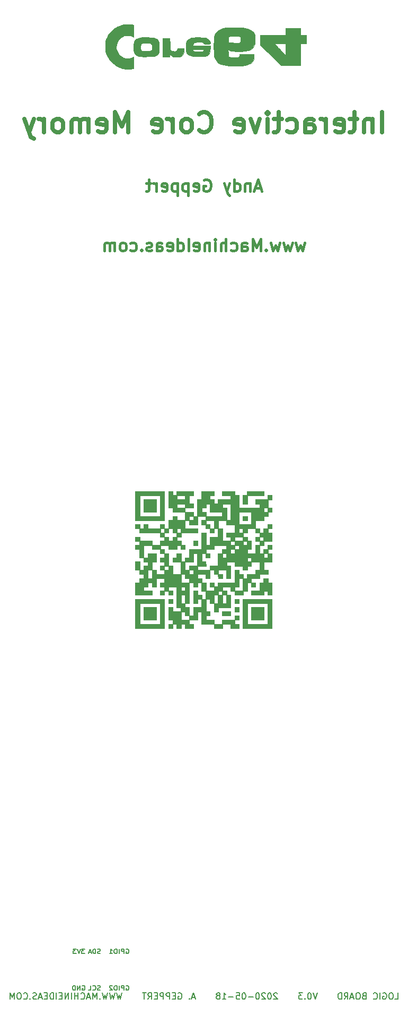
<source format=gbr>
G04 #@! TF.GenerationSoftware,KiCad,Pcbnew,(5.1.2-1)-1*
G04 #@! TF.CreationDate,2020-05-18T22:01:47-05:00*
G04 #@! TF.ProjectId,Interactive Core Memory Badge (Logic) v0.3,496e7465-7261-4637-9469-766520436f72,0.3*
G04 #@! TF.SameCoordinates,Original*
G04 #@! TF.FileFunction,Legend,Bot*
G04 #@! TF.FilePolarity,Positive*
%FSLAX46Y46*%
G04 Gerber Fmt 4.6, Leading zero omitted, Abs format (unit mm)*
G04 Created by KiCad (PCBNEW (5.1.2-1)-1) date 2020-05-18 22:01:47*
%MOMM*%
%LPD*%
G04 APERTURE LIST*
%ADD10C,0.150000*%
%ADD11C,0.381000*%
%ADD12C,0.635000*%
%ADD13C,0.010000*%
G04 APERTURE END LIST*
D10*
X30499999Y-127152380D02*
X30976190Y-127152380D01*
X30976190Y-126152380D01*
X29976190Y-126152380D02*
X29785714Y-126152380D01*
X29690476Y-126200000D01*
X29595238Y-126295238D01*
X29547619Y-126485714D01*
X29547619Y-126819047D01*
X29595238Y-127009523D01*
X29690476Y-127104761D01*
X29785714Y-127152380D01*
X29976190Y-127152380D01*
X30071428Y-127104761D01*
X30166666Y-127009523D01*
X30214285Y-126819047D01*
X30214285Y-126485714D01*
X30166666Y-126295238D01*
X30071428Y-126200000D01*
X29976190Y-126152380D01*
X28595238Y-126200000D02*
X28690476Y-126152380D01*
X28833333Y-126152380D01*
X28976190Y-126200000D01*
X29071428Y-126295238D01*
X29119047Y-126390476D01*
X29166666Y-126580952D01*
X29166666Y-126723809D01*
X29119047Y-126914285D01*
X29071428Y-127009523D01*
X28976190Y-127104761D01*
X28833333Y-127152380D01*
X28738095Y-127152380D01*
X28595238Y-127104761D01*
X28547619Y-127057142D01*
X28547619Y-126723809D01*
X28738095Y-126723809D01*
X28119047Y-127152380D02*
X28119047Y-126152380D01*
X27071428Y-127057142D02*
X27119047Y-127104761D01*
X27261904Y-127152380D01*
X27357142Y-127152380D01*
X27499999Y-127104761D01*
X27595238Y-127009523D01*
X27642857Y-126914285D01*
X27690476Y-126723809D01*
X27690476Y-126580952D01*
X27642857Y-126390476D01*
X27595238Y-126295238D01*
X27499999Y-126200000D01*
X27357142Y-126152380D01*
X27261904Y-126152380D01*
X27119047Y-126200000D01*
X27071428Y-126247619D01*
X25547619Y-126628571D02*
X25404761Y-126676190D01*
X25357142Y-126723809D01*
X25309523Y-126819047D01*
X25309523Y-126961904D01*
X25357142Y-127057142D01*
X25404761Y-127104761D01*
X25499999Y-127152380D01*
X25880952Y-127152380D01*
X25880952Y-126152380D01*
X25547619Y-126152380D01*
X25452380Y-126200000D01*
X25404761Y-126247619D01*
X25357142Y-126342857D01*
X25357142Y-126438095D01*
X25404761Y-126533333D01*
X25452380Y-126580952D01*
X25547619Y-126628571D01*
X25880952Y-126628571D01*
X24690476Y-126152380D02*
X24499999Y-126152380D01*
X24404761Y-126200000D01*
X24309523Y-126295238D01*
X24261904Y-126485714D01*
X24261904Y-126819047D01*
X24309523Y-127009523D01*
X24404761Y-127104761D01*
X24499999Y-127152380D01*
X24690476Y-127152380D01*
X24785714Y-127104761D01*
X24880952Y-127009523D01*
X24928571Y-126819047D01*
X24928571Y-126485714D01*
X24880952Y-126295238D01*
X24785714Y-126200000D01*
X24690476Y-126152380D01*
X23880952Y-126866666D02*
X23404761Y-126866666D01*
X23976190Y-127152380D02*
X23642857Y-126152380D01*
X23309523Y-127152380D01*
X22404761Y-127152380D02*
X22738095Y-126676190D01*
X22976190Y-127152380D02*
X22976190Y-126152380D01*
X22595238Y-126152380D01*
X22499999Y-126200000D01*
X22452380Y-126247619D01*
X22404761Y-126342857D01*
X22404761Y-126485714D01*
X22452380Y-126580952D01*
X22499999Y-126628571D01*
X22595238Y-126676190D01*
X22976190Y-126676190D01*
X21976190Y-127152380D02*
X21976190Y-126152380D01*
X21738095Y-126152380D01*
X21595238Y-126200000D01*
X21499999Y-126295238D01*
X21452380Y-126390476D01*
X21404761Y-126580952D01*
X21404761Y-126723809D01*
X21452380Y-126914285D01*
X21499999Y-127009523D01*
X21595238Y-127104761D01*
X21738095Y-127152380D01*
X21976190Y-127152380D01*
X18071428Y-126152380D02*
X17738095Y-127152380D01*
X17404761Y-126152380D01*
X16880952Y-126152380D02*
X16785714Y-126152380D01*
X16690476Y-126200000D01*
X16642857Y-126247619D01*
X16595238Y-126342857D01*
X16547619Y-126533333D01*
X16547619Y-126771428D01*
X16595238Y-126961904D01*
X16642857Y-127057142D01*
X16690476Y-127104761D01*
X16785714Y-127152380D01*
X16880952Y-127152380D01*
X16976190Y-127104761D01*
X17023809Y-127057142D01*
X17071428Y-126961904D01*
X17119047Y-126771428D01*
X17119047Y-126533333D01*
X17071428Y-126342857D01*
X17023809Y-126247619D01*
X16976190Y-126200000D01*
X16880952Y-126152380D01*
X16119047Y-127057142D02*
X16071428Y-127104761D01*
X16119047Y-127152380D01*
X16166666Y-127104761D01*
X16119047Y-127057142D01*
X16119047Y-127152380D01*
X15738095Y-126152380D02*
X15119047Y-126152380D01*
X15452380Y-126533333D01*
X15309523Y-126533333D01*
X15214285Y-126580952D01*
X15166666Y-126628571D01*
X15119047Y-126723809D01*
X15119047Y-126961904D01*
X15166666Y-127057142D01*
X15214285Y-127104761D01*
X15309523Y-127152380D01*
X15595238Y-127152380D01*
X15690476Y-127104761D01*
X15738095Y-127057142D01*
X11690476Y-126247619D02*
X11642857Y-126200000D01*
X11547619Y-126152380D01*
X11309523Y-126152380D01*
X11214285Y-126200000D01*
X11166666Y-126247619D01*
X11119047Y-126342857D01*
X11119047Y-126438095D01*
X11166666Y-126580952D01*
X11738095Y-127152380D01*
X11119047Y-127152380D01*
X10499999Y-126152380D02*
X10404761Y-126152380D01*
X10309523Y-126200000D01*
X10261904Y-126247619D01*
X10214285Y-126342857D01*
X10166666Y-126533333D01*
X10166666Y-126771428D01*
X10214285Y-126961904D01*
X10261904Y-127057142D01*
X10309523Y-127104761D01*
X10404761Y-127152380D01*
X10499999Y-127152380D01*
X10595238Y-127104761D01*
X10642857Y-127057142D01*
X10690476Y-126961904D01*
X10738095Y-126771428D01*
X10738095Y-126533333D01*
X10690476Y-126342857D01*
X10642857Y-126247619D01*
X10595238Y-126200000D01*
X10499999Y-126152380D01*
X9785714Y-126247619D02*
X9738095Y-126200000D01*
X9642857Y-126152380D01*
X9404761Y-126152380D01*
X9309523Y-126200000D01*
X9261904Y-126247619D01*
X9214285Y-126342857D01*
X9214285Y-126438095D01*
X9261904Y-126580952D01*
X9833333Y-127152380D01*
X9214285Y-127152380D01*
X8595238Y-126152380D02*
X8499999Y-126152380D01*
X8404761Y-126200000D01*
X8357142Y-126247619D01*
X8309523Y-126342857D01*
X8261904Y-126533333D01*
X8261904Y-126771428D01*
X8309523Y-126961904D01*
X8357142Y-127057142D01*
X8404761Y-127104761D01*
X8499999Y-127152380D01*
X8595238Y-127152380D01*
X8690476Y-127104761D01*
X8738095Y-127057142D01*
X8785714Y-126961904D01*
X8833333Y-126771428D01*
X8833333Y-126533333D01*
X8785714Y-126342857D01*
X8738095Y-126247619D01*
X8690476Y-126200000D01*
X8595238Y-126152380D01*
X7833333Y-126771428D02*
X7071428Y-126771428D01*
X6404761Y-126152380D02*
X6309523Y-126152380D01*
X6214285Y-126200000D01*
X6166666Y-126247619D01*
X6119047Y-126342857D01*
X6071428Y-126533333D01*
X6071428Y-126771428D01*
X6119047Y-126961904D01*
X6166666Y-127057142D01*
X6214285Y-127104761D01*
X6309523Y-127152380D01*
X6404761Y-127152380D01*
X6499999Y-127104761D01*
X6547619Y-127057142D01*
X6595238Y-126961904D01*
X6642857Y-126771428D01*
X6642857Y-126533333D01*
X6595238Y-126342857D01*
X6547619Y-126247619D01*
X6499999Y-126200000D01*
X6404761Y-126152380D01*
X5166666Y-126152380D02*
X5642857Y-126152380D01*
X5690476Y-126628571D01*
X5642857Y-126580952D01*
X5547619Y-126533333D01*
X5309523Y-126533333D01*
X5214285Y-126580952D01*
X5166666Y-126628571D01*
X5119047Y-126723809D01*
X5119047Y-126961904D01*
X5166666Y-127057142D01*
X5214285Y-127104761D01*
X5309523Y-127152380D01*
X5547619Y-127152380D01*
X5642857Y-127104761D01*
X5690476Y-127057142D01*
X4690476Y-126771428D02*
X3928571Y-126771428D01*
X2928571Y-127152380D02*
X3499999Y-127152380D01*
X3214285Y-127152380D02*
X3214285Y-126152380D01*
X3309523Y-126295238D01*
X3404761Y-126390476D01*
X3499999Y-126438095D01*
X2357142Y-126580952D02*
X2452380Y-126533333D01*
X2499999Y-126485714D01*
X2547619Y-126390476D01*
X2547619Y-126342857D01*
X2499999Y-126247619D01*
X2452380Y-126200000D01*
X2357142Y-126152380D01*
X2166666Y-126152380D01*
X2071428Y-126200000D01*
X2023809Y-126247619D01*
X1976190Y-126342857D01*
X1976190Y-126390476D01*
X2023809Y-126485714D01*
X2071428Y-126533333D01*
X2166666Y-126580952D01*
X2357142Y-126580952D01*
X2452380Y-126628571D01*
X2499999Y-126676190D01*
X2547619Y-126771428D01*
X2547619Y-126961904D01*
X2499999Y-127057142D01*
X2452380Y-127104761D01*
X2357142Y-127152380D01*
X2166666Y-127152380D01*
X2071428Y-127104761D01*
X2023809Y-127057142D01*
X1976190Y-126961904D01*
X1976190Y-126771428D01*
X2023809Y-126676190D01*
X2071428Y-126628571D01*
X2166666Y-126580952D01*
X-1452380Y-126866666D02*
X-1928571Y-126866666D01*
X-1357142Y-127152380D02*
X-1690476Y-126152380D01*
X-2023809Y-127152380D01*
X-2357142Y-127057142D02*
X-2404761Y-127104761D01*
X-2357142Y-127152380D01*
X-2309523Y-127104761D01*
X-2357142Y-127057142D01*
X-2357142Y-127152380D01*
X-4119047Y-126200000D02*
X-4023809Y-126152380D01*
X-3880952Y-126152380D01*
X-3738095Y-126200000D01*
X-3642857Y-126295238D01*
X-3595238Y-126390476D01*
X-3547619Y-126580952D01*
X-3547619Y-126723809D01*
X-3595238Y-126914285D01*
X-3642857Y-127009523D01*
X-3738095Y-127104761D01*
X-3880952Y-127152380D01*
X-3976190Y-127152380D01*
X-4119047Y-127104761D01*
X-4166666Y-127057142D01*
X-4166666Y-126723809D01*
X-3976190Y-126723809D01*
X-4595238Y-126628571D02*
X-4928571Y-126628571D01*
X-5071428Y-127152380D02*
X-4595238Y-127152380D01*
X-4595238Y-126152380D01*
X-5071428Y-126152380D01*
X-5500000Y-127152380D02*
X-5500000Y-126152380D01*
X-5880952Y-126152380D01*
X-5976190Y-126200000D01*
X-6023809Y-126247619D01*
X-6071428Y-126342857D01*
X-6071428Y-126485714D01*
X-6023809Y-126580952D01*
X-5976190Y-126628571D01*
X-5880952Y-126676190D01*
X-5500000Y-126676190D01*
X-6500000Y-127152380D02*
X-6500000Y-126152380D01*
X-6880952Y-126152380D01*
X-6976190Y-126200000D01*
X-7023809Y-126247619D01*
X-7071428Y-126342857D01*
X-7071428Y-126485714D01*
X-7023809Y-126580952D01*
X-6976190Y-126628571D01*
X-6880952Y-126676190D01*
X-6500000Y-126676190D01*
X-7500000Y-126628571D02*
X-7833333Y-126628571D01*
X-7976190Y-127152380D02*
X-7500000Y-127152380D01*
X-7500000Y-126152380D01*
X-7976190Y-126152380D01*
X-8976190Y-127152380D02*
X-8642857Y-126676190D01*
X-8404761Y-127152380D02*
X-8404761Y-126152380D01*
X-8785714Y-126152380D01*
X-8880952Y-126200000D01*
X-8928571Y-126247619D01*
X-8976190Y-126342857D01*
X-8976190Y-126485714D01*
X-8928571Y-126580952D01*
X-8880952Y-126628571D01*
X-8785714Y-126676190D01*
X-8404761Y-126676190D01*
X-9261904Y-126152380D02*
X-9833333Y-126152380D01*
X-9547619Y-127152380D02*
X-9547619Y-126152380D01*
X-13119047Y-126152380D02*
X-13357142Y-127152380D01*
X-13547619Y-126438095D01*
X-13738095Y-127152380D01*
X-13976190Y-126152380D01*
X-14261904Y-126152380D02*
X-14500000Y-127152380D01*
X-14690476Y-126438095D01*
X-14880952Y-127152380D01*
X-15119047Y-126152380D01*
X-15404761Y-126152380D02*
X-15642857Y-127152380D01*
X-15833333Y-126438095D01*
X-16023809Y-127152380D01*
X-16261904Y-126152380D01*
X-16642857Y-127057142D02*
X-16690476Y-127104761D01*
X-16642857Y-127152380D01*
X-16595238Y-127104761D01*
X-16642857Y-127057142D01*
X-16642857Y-127152380D01*
X-17119047Y-127152380D02*
X-17119047Y-126152380D01*
X-17452380Y-126866666D01*
X-17785714Y-126152380D01*
X-17785714Y-127152380D01*
X-18214285Y-126866666D02*
X-18690476Y-126866666D01*
X-18119047Y-127152380D02*
X-18452380Y-126152380D01*
X-18785714Y-127152380D01*
X-19690476Y-127057142D02*
X-19642857Y-127104761D01*
X-19500000Y-127152380D01*
X-19404761Y-127152380D01*
X-19261904Y-127104761D01*
X-19166666Y-127009523D01*
X-19119047Y-126914285D01*
X-19071428Y-126723809D01*
X-19071428Y-126580952D01*
X-19119047Y-126390476D01*
X-19166666Y-126295238D01*
X-19261904Y-126200000D01*
X-19404761Y-126152380D01*
X-19500000Y-126152380D01*
X-19642857Y-126200000D01*
X-19690476Y-126247619D01*
X-20119047Y-127152380D02*
X-20119047Y-126152380D01*
X-20119047Y-126628571D02*
X-20690476Y-126628571D01*
X-20690476Y-127152380D02*
X-20690476Y-126152380D01*
X-21166666Y-127152380D02*
X-21166666Y-126152380D01*
X-21642857Y-127152380D02*
X-21642857Y-126152380D01*
X-22214285Y-127152380D01*
X-22214285Y-126152380D01*
X-22690476Y-126628571D02*
X-23023809Y-126628571D01*
X-23166666Y-127152380D02*
X-22690476Y-127152380D01*
X-22690476Y-126152380D01*
X-23166666Y-126152380D01*
X-23595238Y-127152380D02*
X-23595238Y-126152380D01*
X-24071428Y-127152380D02*
X-24071428Y-126152380D01*
X-24309523Y-126152380D01*
X-24452380Y-126200000D01*
X-24547619Y-126295238D01*
X-24595238Y-126390476D01*
X-24642857Y-126580952D01*
X-24642857Y-126723809D01*
X-24595238Y-126914285D01*
X-24547619Y-127009523D01*
X-24452380Y-127104761D01*
X-24309523Y-127152380D01*
X-24071428Y-127152380D01*
X-25071428Y-126628571D02*
X-25404761Y-126628571D01*
X-25547619Y-127152380D02*
X-25071428Y-127152380D01*
X-25071428Y-126152380D01*
X-25547619Y-126152380D01*
X-25928571Y-126866666D02*
X-26404761Y-126866666D01*
X-25833333Y-127152380D02*
X-26166666Y-126152380D01*
X-26500000Y-127152380D01*
X-26785714Y-127104761D02*
X-26928571Y-127152380D01*
X-27166666Y-127152380D01*
X-27261904Y-127104761D01*
X-27309523Y-127057142D01*
X-27357142Y-126961904D01*
X-27357142Y-126866666D01*
X-27309523Y-126771428D01*
X-27261904Y-126723809D01*
X-27166666Y-126676190D01*
X-26976190Y-126628571D01*
X-26880952Y-126580952D01*
X-26833333Y-126533333D01*
X-26785714Y-126438095D01*
X-26785714Y-126342857D01*
X-26833333Y-126247619D01*
X-26880952Y-126200000D01*
X-26976190Y-126152380D01*
X-27214285Y-126152380D01*
X-27357142Y-126200000D01*
X-27785714Y-127057142D02*
X-27833333Y-127104761D01*
X-27785714Y-127152380D01*
X-27738095Y-127104761D01*
X-27785714Y-127057142D01*
X-27785714Y-127152380D01*
X-28833333Y-127057142D02*
X-28785714Y-127104761D01*
X-28642857Y-127152380D01*
X-28547619Y-127152380D01*
X-28404761Y-127104761D01*
X-28309523Y-127009523D01*
X-28261904Y-126914285D01*
X-28214285Y-126723809D01*
X-28214285Y-126580952D01*
X-28261904Y-126390476D01*
X-28309523Y-126295238D01*
X-28404761Y-126200000D01*
X-28547619Y-126152380D01*
X-28642857Y-126152380D01*
X-28785714Y-126200000D01*
X-28833333Y-126247619D01*
X-29452380Y-126152380D02*
X-29642857Y-126152380D01*
X-29738095Y-126200000D01*
X-29833333Y-126295238D01*
X-29880952Y-126485714D01*
X-29880952Y-126819047D01*
X-29833333Y-127009523D01*
X-29738095Y-127104761D01*
X-29642857Y-127152380D01*
X-29452380Y-127152380D01*
X-29357142Y-127104761D01*
X-29261904Y-127009523D01*
X-29214285Y-126819047D01*
X-29214285Y-126485714D01*
X-29261904Y-126295238D01*
X-29357142Y-126200000D01*
X-29452380Y-126152380D01*
X-30309523Y-127152380D02*
X-30309523Y-126152380D01*
X-30642857Y-126866666D01*
X-30976190Y-126152380D01*
X-30976190Y-127152380D01*
D11*
X16101785Y-6591785D02*
X15738928Y-7861785D01*
X15376071Y-6954642D01*
X15013214Y-7861785D01*
X14650357Y-6591785D01*
X14106071Y-6591785D02*
X13743214Y-7861785D01*
X13380357Y-6954642D01*
X13017500Y-7861785D01*
X12654642Y-6591785D01*
X12110357Y-6591785D02*
X11747500Y-7861785D01*
X11384642Y-6954642D01*
X11021785Y-7861785D01*
X10658928Y-6591785D01*
X9933214Y-7680357D02*
X9842500Y-7771071D01*
X9933214Y-7861785D01*
X10023928Y-7771071D01*
X9933214Y-7680357D01*
X9933214Y-7861785D01*
X9026071Y-7861785D02*
X9026071Y-5956785D01*
X8391071Y-7317500D01*
X7756071Y-5956785D01*
X7756071Y-7861785D01*
X6032500Y-7861785D02*
X6032500Y-6863928D01*
X6123214Y-6682500D01*
X6304642Y-6591785D01*
X6667500Y-6591785D01*
X6848928Y-6682500D01*
X6032500Y-7771071D02*
X6213928Y-7861785D01*
X6667500Y-7861785D01*
X6848928Y-7771071D01*
X6939642Y-7589642D01*
X6939642Y-7408214D01*
X6848928Y-7226785D01*
X6667500Y-7136071D01*
X6213928Y-7136071D01*
X6032500Y-7045357D01*
X4308928Y-7771071D02*
X4490357Y-7861785D01*
X4853214Y-7861785D01*
X5034642Y-7771071D01*
X5125357Y-7680357D01*
X5216071Y-7498928D01*
X5216071Y-6954642D01*
X5125357Y-6773214D01*
X5034642Y-6682500D01*
X4853214Y-6591785D01*
X4490357Y-6591785D01*
X4308928Y-6682500D01*
X3492500Y-7861785D02*
X3492500Y-5956785D01*
X2676071Y-7861785D02*
X2676071Y-6863928D01*
X2766785Y-6682500D01*
X2948214Y-6591785D01*
X3220357Y-6591785D01*
X3401785Y-6682500D01*
X3492500Y-6773214D01*
X1768928Y-7861785D02*
X1768928Y-6591785D01*
X1768928Y-5956785D02*
X1859642Y-6047500D01*
X1768928Y-6138214D01*
X1678214Y-6047500D01*
X1768928Y-5956785D01*
X1768928Y-6138214D01*
X861785Y-6591785D02*
X861785Y-7861785D01*
X861785Y-6773214D02*
X771071Y-6682500D01*
X589642Y-6591785D01*
X317500Y-6591785D01*
X136071Y-6682500D01*
X45357Y-6863928D01*
X45357Y-7861785D01*
X-1587499Y-7771071D02*
X-1406071Y-7861785D01*
X-1043214Y-7861785D01*
X-861785Y-7771071D01*
X-771071Y-7589642D01*
X-771071Y-6863928D01*
X-861785Y-6682500D01*
X-1043214Y-6591785D01*
X-1406071Y-6591785D01*
X-1587499Y-6682500D01*
X-1678214Y-6863928D01*
X-1678214Y-7045357D01*
X-771071Y-7226785D01*
X-2494642Y-7861785D02*
X-2494642Y-5956785D01*
X-4218214Y-7861785D02*
X-4218214Y-5956785D01*
X-4218214Y-7771071D02*
X-4036785Y-7861785D01*
X-3673928Y-7861785D01*
X-3492499Y-7771071D01*
X-3401785Y-7680357D01*
X-3311071Y-7498928D01*
X-3311071Y-6954642D01*
X-3401785Y-6773214D01*
X-3492499Y-6682500D01*
X-3673928Y-6591785D01*
X-4036785Y-6591785D01*
X-4218214Y-6682500D01*
X-5851071Y-7771071D02*
X-5669642Y-7861785D01*
X-5306785Y-7861785D01*
X-5125357Y-7771071D01*
X-5034642Y-7589642D01*
X-5034642Y-6863928D01*
X-5125357Y-6682500D01*
X-5306785Y-6591785D01*
X-5669642Y-6591785D01*
X-5851071Y-6682500D01*
X-5941785Y-6863928D01*
X-5941785Y-7045357D01*
X-5034642Y-7226785D01*
X-7574642Y-7861785D02*
X-7574642Y-6863928D01*
X-7483928Y-6682500D01*
X-7302499Y-6591785D01*
X-6939642Y-6591785D01*
X-6758214Y-6682500D01*
X-7574642Y-7771071D02*
X-7393214Y-7861785D01*
X-6939642Y-7861785D01*
X-6758214Y-7771071D01*
X-6667499Y-7589642D01*
X-6667499Y-7408214D01*
X-6758214Y-7226785D01*
X-6939642Y-7136071D01*
X-7393214Y-7136071D01*
X-7574642Y-7045357D01*
X-8391071Y-7771071D02*
X-8572499Y-7861785D01*
X-8935357Y-7861785D01*
X-9116785Y-7771071D01*
X-9207499Y-7589642D01*
X-9207499Y-7498928D01*
X-9116785Y-7317500D01*
X-8935357Y-7226785D01*
X-8663214Y-7226785D01*
X-8481785Y-7136071D01*
X-8391071Y-6954642D01*
X-8391071Y-6863928D01*
X-8481785Y-6682500D01*
X-8663214Y-6591785D01*
X-8935357Y-6591785D01*
X-9116785Y-6682500D01*
X-10023928Y-7680357D02*
X-10114642Y-7771071D01*
X-10023928Y-7861785D01*
X-9933214Y-7771071D01*
X-10023928Y-7680357D01*
X-10023928Y-7861785D01*
X-11747499Y-7771071D02*
X-11566071Y-7861785D01*
X-11203214Y-7861785D01*
X-11021785Y-7771071D01*
X-10931071Y-7680357D01*
X-10840357Y-7498928D01*
X-10840357Y-6954642D01*
X-10931071Y-6773214D01*
X-11021785Y-6682500D01*
X-11203214Y-6591785D01*
X-11566071Y-6591785D01*
X-11747499Y-6682500D01*
X-12836071Y-7861785D02*
X-12654642Y-7771071D01*
X-12563928Y-7680357D01*
X-12473214Y-7498928D01*
X-12473214Y-6954642D01*
X-12563928Y-6773214D01*
X-12654642Y-6682500D01*
X-12836071Y-6591785D01*
X-13108214Y-6591785D01*
X-13289642Y-6682500D01*
X-13380357Y-6773214D01*
X-13471071Y-6954642D01*
X-13471071Y-7498928D01*
X-13380357Y-7680357D01*
X-13289642Y-7771071D01*
X-13108214Y-7861785D01*
X-12836071Y-7861785D01*
X-14287499Y-7861785D02*
X-14287499Y-6591785D01*
X-14287499Y-6773214D02*
X-14378214Y-6682500D01*
X-14559642Y-6591785D01*
X-14831785Y-6591785D01*
X-15013214Y-6682500D01*
X-15103928Y-6863928D01*
X-15103928Y-7861785D01*
X-15103928Y-6863928D02*
X-15194642Y-6682500D01*
X-15376071Y-6591785D01*
X-15648214Y-6591785D01*
X-15829642Y-6682500D01*
X-15920357Y-6863928D01*
X-15920357Y-7861785D01*
X9071428Y2182500D02*
X8164285Y2182500D01*
X9252857Y1638214D02*
X8617857Y3543214D01*
X7982857Y1638214D01*
X7347857Y2908214D02*
X7347857Y1638214D01*
X7347857Y2726785D02*
X7257142Y2817500D01*
X7075714Y2908214D01*
X6803571Y2908214D01*
X6622142Y2817500D01*
X6531428Y2636071D01*
X6531428Y1638214D01*
X4807857Y1638214D02*
X4807857Y3543214D01*
X4807857Y1728928D02*
X4989285Y1638214D01*
X5352142Y1638214D01*
X5533571Y1728928D01*
X5624285Y1819642D01*
X5714999Y2001071D01*
X5714999Y2545357D01*
X5624285Y2726785D01*
X5533571Y2817500D01*
X5352142Y2908214D01*
X4989285Y2908214D01*
X4807857Y2817500D01*
X4082142Y2908214D02*
X3628571Y1638214D01*
X3174999Y2908214D02*
X3628571Y1638214D01*
X3809999Y1184642D01*
X3900714Y1093928D01*
X4082142Y1003214D01*
X0Y3452500D02*
X181428Y3543214D01*
X453571Y3543214D01*
X725714Y3452500D01*
X907142Y3271071D01*
X997857Y3089642D01*
X1088571Y2726785D01*
X1088571Y2454642D01*
X997857Y2091785D01*
X907142Y1910357D01*
X725714Y1728928D01*
X453571Y1638214D01*
X272142Y1638214D01*
X0Y1728928D01*
X-90714Y1819642D01*
X-90714Y2454642D01*
X272142Y2454642D01*
X-1632857Y1728928D02*
X-1451428Y1638214D01*
X-1088571Y1638214D01*
X-907142Y1728928D01*
X-816428Y1910357D01*
X-816428Y2636071D01*
X-907142Y2817500D01*
X-1088571Y2908214D01*
X-1451428Y2908214D01*
X-1632857Y2817500D01*
X-1723571Y2636071D01*
X-1723571Y2454642D01*
X-816428Y2273214D01*
X-2540000Y2908214D02*
X-2540000Y1003214D01*
X-2540000Y2817500D02*
X-2721428Y2908214D01*
X-3084285Y2908214D01*
X-3265714Y2817500D01*
X-3356428Y2726785D01*
X-3447142Y2545357D01*
X-3447142Y2001071D01*
X-3356428Y1819642D01*
X-3265714Y1728928D01*
X-3084285Y1638214D01*
X-2721428Y1638214D01*
X-2540000Y1728928D01*
X-4263571Y2908214D02*
X-4263571Y1003214D01*
X-4263571Y2817500D02*
X-4445000Y2908214D01*
X-4807857Y2908214D01*
X-4989285Y2817500D01*
X-5080000Y2726785D01*
X-5170714Y2545357D01*
X-5170714Y2001071D01*
X-5080000Y1819642D01*
X-4989285Y1728928D01*
X-4807857Y1638214D01*
X-4445000Y1638214D01*
X-4263571Y1728928D01*
X-6712857Y1728928D02*
X-6531428Y1638214D01*
X-6168571Y1638214D01*
X-5987142Y1728928D01*
X-5896428Y1910357D01*
X-5896428Y2636071D01*
X-5987142Y2817500D01*
X-6168571Y2908214D01*
X-6531428Y2908214D01*
X-6712857Y2817500D01*
X-6803571Y2636071D01*
X-6803571Y2454642D01*
X-5896428Y2273214D01*
X-7620000Y1638214D02*
X-7620000Y2908214D01*
X-7620000Y2545357D02*
X-7710714Y2726785D01*
X-7801428Y2817500D01*
X-7982857Y2908214D01*
X-8164285Y2908214D01*
X-8527142Y2908214D02*
X-9252857Y2908214D01*
X-8799285Y3543214D02*
X-8799285Y1910357D01*
X-8890000Y1728928D01*
X-9071428Y1638214D01*
X-9252857Y1638214D01*
D12*
X28423809Y11063690D02*
X28423809Y14238690D01*
X26911904Y13180357D02*
X26911904Y11063690D01*
X26911904Y12877976D02*
X26760714Y13029166D01*
X26458333Y13180357D01*
X26004761Y13180357D01*
X25702380Y13029166D01*
X25551190Y12726785D01*
X25551190Y11063690D01*
X24492857Y13180357D02*
X23283333Y13180357D01*
X24039285Y14238690D02*
X24039285Y11517261D01*
X23888095Y11214880D01*
X23585714Y11063690D01*
X23283333Y11063690D01*
X21015476Y11214880D02*
X21317857Y11063690D01*
X21922619Y11063690D01*
X22225000Y11214880D01*
X22376190Y11517261D01*
X22376190Y12726785D01*
X22225000Y13029166D01*
X21922619Y13180357D01*
X21317857Y13180357D01*
X21015476Y13029166D01*
X20864285Y12726785D01*
X20864285Y12424404D01*
X22376190Y12122023D01*
X19503571Y11063690D02*
X19503571Y13180357D01*
X19503571Y12575595D02*
X19352380Y12877976D01*
X19201190Y13029166D01*
X18898809Y13180357D01*
X18596428Y13180357D01*
X16177380Y11063690D02*
X16177380Y12726785D01*
X16328571Y13029166D01*
X16630952Y13180357D01*
X17235714Y13180357D01*
X17538095Y13029166D01*
X16177380Y11214880D02*
X16479761Y11063690D01*
X17235714Y11063690D01*
X17538095Y11214880D01*
X17689285Y11517261D01*
X17689285Y11819642D01*
X17538095Y12122023D01*
X17235714Y12273214D01*
X16479761Y12273214D01*
X16177380Y12424404D01*
X13304761Y11214880D02*
X13607142Y11063690D01*
X14211904Y11063690D01*
X14514285Y11214880D01*
X14665476Y11366071D01*
X14816666Y11668452D01*
X14816666Y12575595D01*
X14665476Y12877976D01*
X14514285Y13029166D01*
X14211904Y13180357D01*
X13607142Y13180357D01*
X13304761Y13029166D01*
X12397619Y13180357D02*
X11188095Y13180357D01*
X11944047Y14238690D02*
X11944047Y11517261D01*
X11792857Y11214880D01*
X11490476Y11063690D01*
X11188095Y11063690D01*
X10129761Y11063690D02*
X10129761Y13180357D01*
X10129761Y14238690D02*
X10280952Y14087500D01*
X10129761Y13936309D01*
X9978571Y14087500D01*
X10129761Y14238690D01*
X10129761Y13936309D01*
X8920238Y13180357D02*
X8164285Y11063690D01*
X7408333Y13180357D01*
X4989285Y11214880D02*
X5291666Y11063690D01*
X5896428Y11063690D01*
X6198809Y11214880D01*
X6349999Y11517261D01*
X6349999Y12726785D01*
X6198809Y13029166D01*
X5896428Y13180357D01*
X5291666Y13180357D01*
X4989285Y13029166D01*
X4838095Y12726785D01*
X4838095Y12424404D01*
X6349999Y12122023D01*
X-755952Y11366071D02*
X-604761Y11214880D01*
X-151190Y11063690D01*
X151190Y11063690D01*
X604761Y11214880D01*
X907142Y11517261D01*
X1058333Y11819642D01*
X1209523Y12424404D01*
X1209523Y12877976D01*
X1058333Y13482738D01*
X907142Y13785119D01*
X604761Y14087500D01*
X151190Y14238690D01*
X-151190Y14238690D01*
X-604761Y14087500D01*
X-755952Y13936309D01*
X-2570238Y11063690D02*
X-2267857Y11214880D01*
X-2116666Y11366071D01*
X-1965476Y11668452D01*
X-1965476Y12575595D01*
X-2116666Y12877976D01*
X-2267857Y13029166D01*
X-2570238Y13180357D01*
X-3023809Y13180357D01*
X-3326190Y13029166D01*
X-3477380Y12877976D01*
X-3628571Y12575595D01*
X-3628571Y11668452D01*
X-3477380Y11366071D01*
X-3326190Y11214880D01*
X-3023809Y11063690D01*
X-2570238Y11063690D01*
X-4989285Y11063690D02*
X-4989285Y13180357D01*
X-4989285Y12575595D02*
X-5140476Y12877976D01*
X-5291666Y13029166D01*
X-5594047Y13180357D01*
X-5896428Y13180357D01*
X-8164285Y11214880D02*
X-7861904Y11063690D01*
X-7257142Y11063690D01*
X-6954761Y11214880D01*
X-6803571Y11517261D01*
X-6803571Y12726785D01*
X-6954761Y13029166D01*
X-7257142Y13180357D01*
X-7861904Y13180357D01*
X-8164285Y13029166D01*
X-8315476Y12726785D01*
X-8315476Y12424404D01*
X-6803571Y12122023D01*
X-12095238Y11063690D02*
X-12095238Y14238690D01*
X-13153571Y11970833D01*
X-14211904Y14238690D01*
X-14211904Y11063690D01*
X-16933333Y11214880D02*
X-16630952Y11063690D01*
X-16026190Y11063690D01*
X-15723809Y11214880D01*
X-15572619Y11517261D01*
X-15572619Y12726785D01*
X-15723809Y13029166D01*
X-16026190Y13180357D01*
X-16630952Y13180357D01*
X-16933333Y13029166D01*
X-17084523Y12726785D01*
X-17084523Y12424404D01*
X-15572619Y12122023D01*
X-18445238Y11063690D02*
X-18445238Y13180357D01*
X-18445238Y12877976D02*
X-18596428Y13029166D01*
X-18898809Y13180357D01*
X-19352380Y13180357D01*
X-19654761Y13029166D01*
X-19805952Y12726785D01*
X-19805952Y11063690D01*
X-19805952Y12726785D02*
X-19957142Y13029166D01*
X-20259523Y13180357D01*
X-20713095Y13180357D01*
X-21015476Y13029166D01*
X-21166666Y12726785D01*
X-21166666Y11063690D01*
X-23132142Y11063690D02*
X-22829761Y11214880D01*
X-22678571Y11366071D01*
X-22527380Y11668452D01*
X-22527380Y12575595D01*
X-22678571Y12877976D01*
X-22829761Y13029166D01*
X-23132142Y13180357D01*
X-23585714Y13180357D01*
X-23888095Y13029166D01*
X-24039285Y12877976D01*
X-24190476Y12575595D01*
X-24190476Y11668452D01*
X-24039285Y11366071D01*
X-23888095Y11214880D01*
X-23585714Y11063690D01*
X-23132142Y11063690D01*
X-25551190Y11063690D02*
X-25551190Y13180357D01*
X-25551190Y12575595D02*
X-25702380Y12877976D01*
X-25853571Y13029166D01*
X-26155952Y13180357D01*
X-26458333Y13180357D01*
X-27214285Y13180357D02*
X-27970238Y11063690D01*
X-28726190Y13180357D02*
X-27970238Y11063690D01*
X-27667857Y10307738D01*
X-27516666Y10156547D01*
X-27214285Y10005357D01*
D13*
G36*
X9550400Y-64683500D02*
G01*
X7531100Y-64683500D01*
X7531100Y-66702800D01*
X9550400Y-66702800D01*
X9550400Y-64683500D01*
X9550400Y-64683500D01*
G37*
X9550400Y-64683500D02*
X7531100Y-64683500D01*
X7531100Y-66702800D01*
X9550400Y-66702800D01*
X9550400Y-64683500D01*
G36*
X-7645400Y-64683500D02*
G01*
X-9664700Y-64683500D01*
X-9664700Y-66702800D01*
X-7645400Y-66702800D01*
X-7645400Y-64683500D01*
X-7645400Y-64683500D01*
G37*
X-7645400Y-64683500D02*
X-9664700Y-64683500D01*
X-9664700Y-66702800D01*
X-7645400Y-66702800D01*
X-7645400Y-64683500D01*
G36*
X-1381125Y-54799930D02*
G01*
X-1035050Y-54796550D01*
X-1035050Y-54110750D01*
X-1727200Y-54103992D01*
X-1727200Y-54803309D01*
X-1381125Y-54799930D01*
X-1381125Y-54799930D01*
G37*
X-1381125Y-54799930D02*
X-1035050Y-54796550D01*
X-1035050Y-54110750D01*
X-1727200Y-54103992D01*
X-1727200Y-54803309D01*
X-1381125Y-54799930D01*
G36*
X6896100Y-50142000D02*
G01*
X6210300Y-50142000D01*
X6210300Y-50827800D01*
X6896100Y-50827800D01*
X6896100Y-50142000D01*
X6896100Y-50142000D01*
G37*
X6896100Y-50142000D02*
X6210300Y-50142000D01*
X6210300Y-50827800D01*
X6896100Y-50827800D01*
X6896100Y-50142000D01*
G36*
X-7651750Y-47494050D02*
G01*
X-9664700Y-47487548D01*
X-9664700Y-49507000D01*
X-7645248Y-49507000D01*
X-7651750Y-47494050D01*
X-7651750Y-47494050D01*
G37*
X-7651750Y-47494050D02*
X-9664700Y-47487548D01*
X-9664700Y-49507000D01*
X-7645248Y-49507000D01*
X-7651750Y-47494050D01*
G36*
X4254500Y-65343900D02*
G01*
X3583516Y-65343900D01*
X3455307Y-65344056D01*
X3334815Y-65344504D01*
X3224419Y-65345213D01*
X3126498Y-65346156D01*
X3043431Y-65347301D01*
X2977597Y-65348619D01*
X2931373Y-65350080D01*
X2907140Y-65351656D01*
X2904066Y-65352367D01*
X2901823Y-65366829D01*
X2899803Y-65403299D01*
X2898088Y-65458384D01*
X2896761Y-65528694D01*
X2895904Y-65610836D01*
X2895600Y-65701418D01*
X2895600Y-66042400D01*
X4254500Y-66042400D01*
X4254500Y-65343900D01*
X4254500Y-65343900D01*
G37*
X4254500Y-65343900D02*
X3583516Y-65343900D01*
X3455307Y-65344056D01*
X3334815Y-65344504D01*
X3224419Y-65345213D01*
X3126498Y-65346156D01*
X3043431Y-65347301D01*
X2977597Y-65348619D01*
X2931373Y-65350080D01*
X2907140Y-65351656D01*
X2904066Y-65352367D01*
X2901823Y-65366829D01*
X2899803Y-65403299D01*
X2898088Y-65458384D01*
X2896761Y-65528694D01*
X2895904Y-65610836D01*
X2895600Y-65701418D01*
X2895600Y-66042400D01*
X4254500Y-66042400D01*
X4254500Y-65343900D01*
G36*
X5575300Y-64683500D02*
G01*
X5232001Y-64683500D01*
X5124222Y-64683768D01*
X5039545Y-64684640D01*
X4975676Y-64686222D01*
X4930322Y-64688620D01*
X4901190Y-64691940D01*
X4885985Y-64696286D01*
X4882530Y-64699584D01*
X4880992Y-64716195D01*
X4879853Y-64754648D01*
X4879142Y-64811388D01*
X4878887Y-64882860D01*
X4879117Y-64965508D01*
X4879754Y-65045659D01*
X4883150Y-65375650D01*
X5229225Y-65379030D01*
X5575300Y-65382409D01*
X5575300Y-64683500D01*
X5575300Y-64683500D01*
G37*
X5575300Y-64683500D02*
X5232001Y-64683500D01*
X5124222Y-64683768D01*
X5039545Y-64684640D01*
X4975676Y-64686222D01*
X4930322Y-64688620D01*
X4901190Y-64691940D01*
X4885985Y-64696286D01*
X4882530Y-64699584D01*
X4880992Y-64716195D01*
X4879853Y-64754648D01*
X4879142Y-64811388D01*
X4878887Y-64882860D01*
X4879117Y-64965508D01*
X4879754Y-65045659D01*
X4883150Y-65375650D01*
X5229225Y-65379030D01*
X5575300Y-65382409D01*
X5575300Y-64683500D01*
G36*
X10871200Y-63362700D02*
G01*
X6210300Y-63362700D01*
X6210300Y-64061200D01*
X6896462Y-64061200D01*
X10172700Y-64061200D01*
X10172700Y-67337800D01*
X8534694Y-67337801D01*
X6896689Y-67337801D01*
X6896575Y-65699500D01*
X6896462Y-64061200D01*
X6210300Y-64061200D01*
X6210300Y-68023600D01*
X10871200Y-68023600D01*
X10871200Y-63362700D01*
X10871200Y-63362700D01*
G37*
X10871200Y-63362700D02*
X6210300Y-63362700D01*
X6210300Y-64061200D01*
X6896462Y-64061200D01*
X10172700Y-64061200D01*
X10172700Y-67337800D01*
X8534694Y-67337801D01*
X6896689Y-67337801D01*
X6896575Y-65699500D01*
X6896462Y-64061200D01*
X6210300Y-64061200D01*
X6210300Y-68023600D01*
X10871200Y-68023600D01*
X10871200Y-63362700D01*
G36*
X5575300Y-63362700D02*
G01*
X5232001Y-63362700D01*
X5124222Y-63362968D01*
X5039545Y-63363840D01*
X4975676Y-63365422D01*
X4930322Y-63367820D01*
X4901190Y-63371140D01*
X4885985Y-63375486D01*
X4882530Y-63378784D01*
X4880992Y-63395395D01*
X4879853Y-63433848D01*
X4879142Y-63490588D01*
X4878887Y-63562060D01*
X4879117Y-63644708D01*
X4879754Y-63724859D01*
X4883150Y-64054850D01*
X5229225Y-64058230D01*
X5575300Y-64061609D01*
X5575300Y-63362700D01*
X5575300Y-63362700D01*
G37*
X5575300Y-63362700D02*
X5232001Y-63362700D01*
X5124222Y-63362968D01*
X5039545Y-63363840D01*
X4975676Y-63365422D01*
X4930322Y-63367820D01*
X4901190Y-63371140D01*
X4885985Y-63375486D01*
X4882530Y-63378784D01*
X4880992Y-63395395D01*
X4879853Y-63433848D01*
X4879142Y-63490588D01*
X4878887Y-63562060D01*
X4879117Y-63644708D01*
X4879754Y-63724859D01*
X4883150Y-64054850D01*
X5229225Y-64058230D01*
X5575300Y-64061609D01*
X5575300Y-63362700D01*
G36*
X-5003800Y-63362700D02*
G01*
X-5702300Y-63362700D01*
X-5702300Y-64061200D01*
X-5003800Y-64061200D01*
X-5003800Y-63362700D01*
X-5003800Y-63362700D01*
G37*
X-5003800Y-63362700D02*
X-5702300Y-63362700D01*
X-5702300Y-64061200D01*
X-5003800Y-64061200D01*
X-5003800Y-63362700D01*
G36*
X-6324600Y-63362700D02*
G01*
X-10985500Y-63362700D01*
X-10985500Y-67337800D01*
X-10287000Y-67337800D01*
X-10287000Y-64061200D01*
X-7023100Y-64061200D01*
X-7023100Y-67337800D01*
X-10287000Y-67337800D01*
X-10985500Y-67337800D01*
X-10985500Y-68023600D01*
X-6324600Y-68023600D01*
X-6324600Y-63362700D01*
X-6324600Y-63362700D01*
G37*
X-6324600Y-63362700D02*
X-10985500Y-63362700D01*
X-10985500Y-67337800D01*
X-10287000Y-67337800D01*
X-10287000Y-64061200D01*
X-7023100Y-64061200D01*
X-7023100Y-67337800D01*
X-10287000Y-67337800D01*
X-10985500Y-67337800D01*
X-10985500Y-68023600D01*
X-6324600Y-68023600D01*
X-6324600Y-63362700D01*
G36*
X9550400Y-62080000D02*
G01*
X10172700Y-62080000D01*
X10172700Y-62740400D01*
X10871200Y-62740400D01*
X10871200Y-60721100D01*
X10210800Y-60721100D01*
X10210800Y-60060700D01*
X9512300Y-60060700D01*
X9512300Y-60721100D01*
X8851900Y-60721100D01*
X8851900Y-62041900D01*
X7531100Y-62041900D01*
X7531100Y-62740400D01*
X9550400Y-62740400D01*
X9550400Y-62080000D01*
X9550400Y-62080000D01*
G37*
X9550400Y-62080000D02*
X10172700Y-62080000D01*
X10172700Y-62740400D01*
X10871200Y-62740400D01*
X10871200Y-60721100D01*
X10210800Y-60721100D01*
X10210800Y-60060700D01*
X9512300Y-60060700D01*
X9512300Y-60721100D01*
X8851900Y-60721100D01*
X8851900Y-62041900D01*
X7531100Y-62041900D01*
X7531100Y-62740400D01*
X9550400Y-62740400D01*
X9550400Y-62080000D01*
G36*
X6896502Y-47846475D02*
G01*
X6896586Y-47731462D01*
X6896591Y-47602349D01*
X6896524Y-47468233D01*
X6896389Y-47338211D01*
X6896192Y-47221380D01*
X6896112Y-47186075D01*
X6895319Y-46865400D01*
X9550400Y-46865400D01*
X9550400Y-46166900D01*
X6870700Y-46166900D01*
X6870700Y-46827300D01*
X6210300Y-46827300D01*
X6210300Y-48186200D01*
X6896100Y-48186200D01*
X6896502Y-47846475D01*
X6896502Y-47846475D01*
G37*
X6896502Y-47846475D02*
X6896586Y-47731462D01*
X6896591Y-47602349D01*
X6896524Y-47468233D01*
X6896389Y-47338211D01*
X6896192Y-47221380D01*
X6896112Y-47186075D01*
X6895319Y-46865400D01*
X9550400Y-46865400D01*
X9550400Y-46166900D01*
X6870700Y-46166900D01*
X6870700Y-46827300D01*
X6210300Y-46827300D01*
X6210300Y-48186200D01*
X6896100Y-48186200D01*
X6896502Y-47846475D01*
G36*
X-5003800Y-67363200D02*
G01*
X-4381500Y-67363200D01*
X-4381500Y-68023600D01*
X-3683000Y-68023600D01*
X-3683000Y-67363200D01*
X-3048000Y-67363200D01*
X-3048000Y-68023600D01*
X-1701800Y-68023600D01*
X-1701800Y-67337800D01*
X-2362200Y-67337800D01*
X-2362200Y-66702800D01*
X-1028700Y-66702800D01*
X-1028700Y-65382000D01*
X-406400Y-65382000D01*
X-406400Y-67363200D01*
X1574800Y-67363200D01*
X1574800Y-68023600D01*
X2933700Y-68023600D01*
X2933700Y-67363200D01*
X4216400Y-67363200D01*
X4216400Y-68023600D01*
X5575300Y-68023600D01*
X5575300Y-67337800D01*
X4914900Y-67337800D01*
X4914900Y-66702800D01*
X5575300Y-66702800D01*
X5575300Y-66353346D01*
X5575299Y-66003892D01*
X5229225Y-66007271D01*
X4883150Y-66010650D01*
X4879763Y-66344149D01*
X4876377Y-66677648D01*
X4225713Y-66677120D01*
X4084828Y-66677020D01*
X3939675Y-66676944D01*
X3794606Y-66676892D01*
X3653971Y-66676864D01*
X3522121Y-66676862D01*
X3403406Y-66676886D01*
X3302177Y-66676935D01*
X3235325Y-66676996D01*
X2895600Y-66677400D01*
X2895600Y-67337800D01*
X1612900Y-67337800D01*
X1612900Y-66677400D01*
X1273175Y-66676803D01*
X1158162Y-66676679D01*
X1029049Y-66676670D01*
X894933Y-66676768D01*
X764911Y-66676965D01*
X648080Y-66677254D01*
X612775Y-66677373D01*
X292100Y-66678540D01*
X292100Y-66042400D01*
X952908Y-66042400D01*
X946150Y-65350250D01*
X292100Y-65343472D01*
X292100Y-63400800D01*
X914400Y-63400800D01*
X914400Y-64023100D01*
X1612900Y-64023100D01*
X1612900Y-62740400D01*
X2235200Y-62740400D01*
X2235200Y-64023100D01*
X2933700Y-64023100D01*
X2933700Y-62740400D01*
X3556000Y-62740400D01*
X3556000Y-64023100D01*
X2933700Y-64023100D01*
X2235200Y-64023100D01*
X1612900Y-64023100D01*
X914400Y-64023100D01*
X914400Y-64061200D01*
X1574800Y-64061200D01*
X1574800Y-65382000D01*
X2273300Y-65382000D01*
X2273300Y-64721600D01*
X4254500Y-64721600D01*
X4254500Y-62702300D01*
X3594100Y-62702300D01*
X3594100Y-62041900D01*
X2933700Y-62041900D01*
X2933700Y-61419600D01*
X4215971Y-61419600D01*
X4219360Y-61746625D01*
X4222420Y-62041900D01*
X4914900Y-62041900D01*
X4914900Y-61419600D01*
X5575300Y-61419600D01*
X5575300Y-60098800D01*
X6210300Y-60098800D01*
X6210300Y-62041900D01*
X4914900Y-62041900D01*
X4222420Y-62041900D01*
X4222750Y-62073650D01*
X4876372Y-62080428D01*
X4883150Y-62734050D01*
X5559425Y-62737337D01*
X6235700Y-62740623D01*
X6235700Y-62080000D01*
X6896100Y-62080000D01*
X6896502Y-61740275D01*
X6896586Y-61625262D01*
X6896591Y-61496149D01*
X6896524Y-61362033D01*
X6896389Y-61232011D01*
X6896192Y-61115180D01*
X6896112Y-61079876D01*
X6895319Y-60759201D01*
X7213209Y-60759201D01*
X7531100Y-60759200D01*
X7531100Y-61420009D01*
X7877175Y-61416630D01*
X8223250Y-61413250D01*
X8230008Y-60721100D01*
X7569200Y-60721100D01*
X7569200Y-60410065D01*
X7569199Y-60099029D01*
X8226425Y-60095740D01*
X8883650Y-60092450D01*
X8887036Y-59758686D01*
X8890423Y-59424921D01*
X9210886Y-59425713D01*
X9321044Y-59425930D01*
X9447509Y-59426086D01*
X9581191Y-59426177D01*
X9712998Y-59426197D01*
X9833838Y-59426141D01*
X9871075Y-59426103D01*
X10210800Y-59425700D01*
X10210800Y-58739900D01*
X9550400Y-58739900D01*
X9550400Y-57444500D01*
X10871200Y-57444500D01*
X10871200Y-56085600D01*
X10210800Y-56085600D01*
X10210800Y-55463300D01*
X10871200Y-55463300D01*
X10871200Y-54764800D01*
X10172700Y-54764800D01*
X10172700Y-55425200D01*
X9512300Y-55425200D01*
X9512300Y-56085600D01*
X8890000Y-56085600D01*
X8890000Y-54802900D01*
X9550400Y-54802900D01*
X9550400Y-54142500D01*
X10871200Y-54142500D01*
X10871200Y-52783600D01*
X10210800Y-52783600D01*
X10210800Y-52161300D01*
X10871200Y-52161300D01*
X10871200Y-51462800D01*
X10172700Y-51462800D01*
X10172700Y-52123200D01*
X9512300Y-52123200D01*
X9512300Y-52783600D01*
X8890000Y-52783600D01*
X8890000Y-52123200D01*
X8229600Y-52123200D01*
X8229600Y-50826346D01*
X8556625Y-50827848D01*
X8670240Y-50828263D01*
X8799750Y-50828560D01*
X8935646Y-50828728D01*
X9068424Y-50828756D01*
X9188577Y-50828634D01*
X9217025Y-50828576D01*
X9550400Y-50827800D01*
X9550400Y-50167400D01*
X10210800Y-50167400D01*
X10210800Y-49507000D01*
X10871200Y-49507000D01*
X10871200Y-48821200D01*
X10210800Y-48821200D01*
X10210800Y-47525800D01*
X10871200Y-47525800D01*
X10871200Y-46827300D01*
X10172700Y-46827300D01*
X10172700Y-47487700D01*
X8191500Y-47487700D01*
X8191500Y-48186200D01*
X8851900Y-48186200D01*
X8851900Y-48820394D01*
X5575300Y-48820580D01*
X5575300Y-46827300D01*
X4914900Y-46827300D01*
X4914900Y-46166900D01*
X2895600Y-46166900D01*
X2895600Y-46865400D01*
X4216400Y-46865400D01*
X4216400Y-47487700D01*
X2235200Y-47487700D01*
X2235200Y-48148100D01*
X1612900Y-48148100D01*
X1612900Y-47487700D01*
X952500Y-47487700D01*
X952500Y-46865400D01*
X1612900Y-46865400D01*
X1612900Y-46166900D01*
X-406400Y-46166900D01*
X-406400Y-47487700D01*
X-1066800Y-47487700D01*
X-1066800Y-49481600D01*
X-368300Y-49481600D01*
X-368300Y-48846600D01*
X292100Y-48846600D01*
X292100Y-48186200D01*
X914400Y-48186200D01*
X914400Y-48821200D01*
X2933700Y-48821200D01*
X2933700Y-48186200D01*
X4216400Y-48186200D01*
X4216400Y-49481600D01*
X9550400Y-49481600D01*
X9550400Y-48846600D01*
X10172700Y-48846600D01*
X10172700Y-49481600D01*
X9550400Y-49481600D01*
X4216400Y-49481600D01*
X4216400Y-50802400D01*
X3594100Y-50802400D01*
X3594100Y-48821200D01*
X2933700Y-48821200D01*
X914400Y-48821200D01*
X914400Y-49507000D01*
X2895600Y-49507000D01*
X2895600Y-50142000D01*
X292100Y-50142000D01*
X292100Y-49481600D01*
X-368300Y-49481600D01*
X-1066800Y-49481600D01*
X-1066800Y-50142000D01*
X-1701800Y-50142000D01*
X-1701800Y-49481600D01*
X-3022600Y-49481600D01*
X-3022600Y-48846600D01*
X-1701800Y-48846600D01*
X-1701800Y-48148100D01*
X-2362200Y-48148100D01*
X-2362200Y-46865400D01*
X-1701800Y-46865400D01*
X-1701800Y-46166784D01*
X-4375150Y-46173250D01*
X-4378540Y-46500275D01*
X-4381929Y-46827300D01*
X-5003800Y-46827300D01*
X-5003800Y-46166900D01*
X-5702300Y-46166900D01*
X-5702300Y-47487700D01*
X-4343400Y-47487700D01*
X-4343400Y-46865400D01*
X-3048000Y-46865400D01*
X-3048000Y-47487700D01*
X-4343400Y-47487700D01*
X-5702300Y-47487700D01*
X-5702300Y-48186200D01*
X-4343400Y-48186200D01*
X-3047557Y-48186200D01*
X-3050954Y-48500525D01*
X-3054350Y-48814850D01*
X-4343400Y-48820938D01*
X-4343400Y-48186200D01*
X-5702300Y-48186200D01*
X-5702300Y-48846600D01*
X-5041900Y-48846600D01*
X-5041900Y-49507000D01*
X-3048000Y-49507000D01*
X-3048000Y-50802400D01*
X-2362200Y-50802400D01*
X-2362200Y-50167400D01*
X-1727200Y-50167400D01*
X-1727200Y-50802400D01*
X-2362200Y-50802400D01*
X-3048000Y-50802400D01*
X-4343400Y-50802400D01*
X-4343400Y-50142000D01*
X-5041900Y-50142000D01*
X-5041900Y-50802400D01*
X-5702300Y-50802400D01*
X-5702300Y-52123200D01*
X-6324600Y-52123200D01*
X-6324600Y-51462800D01*
X-7023100Y-51462800D01*
X-7023100Y-52123200D01*
X-8966200Y-52123200D01*
X-8966200Y-51462800D01*
X-9664700Y-51462800D01*
X-9664700Y-52123200D01*
X-10286572Y-52123200D01*
X-10293350Y-51469150D01*
X-10985500Y-51462392D01*
X-10985500Y-52161300D01*
X-10325100Y-52161300D01*
X-10325100Y-52783600D01*
X-6985000Y-52783600D01*
X-6985000Y-52161300D01*
X-6362700Y-52161300D01*
X-6362700Y-52783600D01*
X-6985000Y-52783600D01*
X-10325100Y-52783600D01*
X-10325100Y-52821700D01*
X-7023100Y-52821700D01*
X-7023100Y-53444000D01*
X-6324600Y-53444000D01*
X-6324600Y-52821700D01*
X-5664200Y-52821700D01*
X-5664200Y-52161300D01*
X-5042329Y-52161300D01*
X-5038940Y-52488325D01*
X-5035880Y-52783600D01*
X-4343400Y-52783600D01*
X-4343400Y-52161300D01*
X-3721100Y-52161300D01*
X-3721100Y-52783600D01*
X-4343400Y-52783600D01*
X-5035880Y-52783600D01*
X-5035550Y-52815350D01*
X-4708525Y-52818740D01*
X-4381500Y-52822129D01*
X-4381500Y-53444000D01*
X-5041900Y-53444000D01*
X-5041900Y-54104400D01*
X-5664200Y-54104400D01*
X-5664200Y-53444000D01*
X-6324600Y-53444000D01*
X-7023100Y-53444000D01*
X-7023100Y-53482100D01*
X-6362700Y-53482100D01*
X-6362700Y-54104400D01*
X-7023100Y-54104400D01*
X-7023100Y-54764800D01*
X-8305800Y-54764800D01*
X-8305800Y-54104400D01*
X-10286572Y-54104400D01*
X-10293350Y-53450350D01*
X-10985500Y-53443592D01*
X-10985500Y-54142500D01*
X-10325100Y-54142500D01*
X-10325100Y-54764800D01*
X-10985500Y-54764800D01*
X-10985500Y-55463300D01*
X-10325100Y-55463300D01*
X-10325100Y-56746000D01*
X-9626600Y-56746000D01*
X-9626600Y-54802900D01*
X-8343900Y-54802900D01*
X-8343900Y-55425200D01*
X-6985000Y-55425200D01*
X-6985000Y-54802900D01*
X-5702300Y-54802900D01*
X-5702300Y-55463300D01*
X-4343400Y-55463300D01*
X-4343400Y-54802900D01*
X-3721529Y-54802900D01*
X-3718140Y-55129925D01*
X-3714750Y-55456950D01*
X-3368675Y-55460330D01*
X-3022600Y-55463709D01*
X-3022600Y-54764800D01*
X-3683000Y-54764800D01*
X-3683000Y-54104400D01*
X-4343400Y-54104400D01*
X-4343400Y-53482100D01*
X-3683000Y-53482100D01*
X-3683000Y-52821818D01*
X-1035050Y-52815350D01*
X-1028292Y-52123200D01*
X-3022600Y-52123200D01*
X-3022600Y-50827800D01*
X-2387600Y-50827800D01*
X-2387600Y-51501123D01*
X-1711325Y-51497837D01*
X-1035050Y-51494550D01*
X-1028474Y-50167400D01*
X254000Y-50167400D01*
X254000Y-50802400D01*
X-406400Y-50802400D01*
X-406400Y-51462800D01*
X292100Y-51462800D01*
X292100Y-50828289D01*
X1574800Y-50828289D01*
X1574800Y-52123200D01*
X2273300Y-52123200D01*
X2273300Y-50828289D01*
X3555579Y-50828289D01*
X3558964Y-51161420D01*
X3562027Y-51462800D01*
X5575300Y-51462800D01*
X5575300Y-49507000D01*
X7531100Y-49507000D01*
X7531100Y-51462800D01*
X5575300Y-51462800D01*
X3562027Y-51462800D01*
X3562350Y-51494550D01*
X4219575Y-51497840D01*
X4876800Y-51501129D01*
X4876800Y-52783600D01*
X5575300Y-52783600D01*
X5575300Y-52161300D01*
X6210300Y-52161300D01*
X6210300Y-52783600D01*
X5575300Y-52783600D01*
X4876800Y-52783600D01*
X3556000Y-52783600D01*
X3556000Y-53444000D01*
X6235700Y-53444000D01*
X6235700Y-52821700D01*
X6896100Y-52821700D01*
X6896100Y-52161300D01*
X8191500Y-52161300D01*
X8191500Y-52821700D01*
X8851900Y-52821700D01*
X8851900Y-53444000D01*
X8191500Y-53444000D01*
X8191500Y-54104400D01*
X8890000Y-54104400D01*
X8890000Y-53482100D01*
X9512300Y-53482100D01*
X9512300Y-54104400D01*
X8890000Y-54104400D01*
X8191500Y-54104400D01*
X8191500Y-54142500D01*
X8851900Y-54142500D01*
X8851900Y-54764800D01*
X8191500Y-54764800D01*
X8191500Y-56085600D01*
X6896100Y-56085600D01*
X6896100Y-55463722D01*
X7562850Y-55456950D01*
X7562850Y-54110750D01*
X7229475Y-54107365D01*
X6896100Y-54103979D01*
X6896100Y-53444000D01*
X6235700Y-53444000D01*
X3556000Y-53444000D01*
X3556000Y-53482100D01*
X4216400Y-53482100D01*
X4216400Y-54104400D01*
X4914900Y-54104400D01*
X4914900Y-53482100D01*
X6210300Y-53482100D01*
X6210300Y-54104400D01*
X4914900Y-54104400D01*
X4216400Y-54104400D01*
X2933700Y-54104400D01*
X2933700Y-52123200D01*
X2273300Y-52123200D01*
X1574800Y-52123200D01*
X952500Y-52123200D01*
X952500Y-51462800D01*
X292100Y-51462800D01*
X-406400Y-51462800D01*
X-406400Y-51500900D01*
X254000Y-51500900D01*
X254000Y-52161300D01*
X914400Y-52161300D01*
X914400Y-52821700D01*
X1612900Y-52821700D01*
X1612900Y-52161300D01*
X2235200Y-52161300D01*
X2235200Y-53444000D01*
X914400Y-53444000D01*
X914400Y-54764800D01*
X4254500Y-54764800D01*
X4254500Y-54142500D01*
X4876800Y-54142500D01*
X4876800Y-54764800D01*
X6235700Y-54764800D01*
X6235700Y-54142500D01*
X6870700Y-54142500D01*
X6870700Y-54764800D01*
X6235700Y-54764800D01*
X4876800Y-54764800D01*
X4254500Y-54764800D01*
X914400Y-54764800D01*
X292100Y-54764800D01*
X292100Y-52783600D01*
X-406400Y-52783600D01*
X-406400Y-55425200D01*
X-2387600Y-55425200D01*
X-2387600Y-56746000D01*
X-3048000Y-56746000D01*
X-3048000Y-57406400D01*
X-3683000Y-57406400D01*
X-3683000Y-56085192D01*
X-4375150Y-56091950D01*
X-4378539Y-56418762D01*
X-4381928Y-56745573D01*
X-4708739Y-56748962D01*
X-5035550Y-56752350D01*
X-5038930Y-57098425D01*
X-5042309Y-57444501D01*
X-4381705Y-57444500D01*
X-3721100Y-57444500D01*
X-3721100Y-58739900D01*
X-3022600Y-58739900D01*
X-3022600Y-57444500D01*
X-1701800Y-57444500D01*
X-1701025Y-57111125D01*
X-1700862Y-56995897D01*
X-1700852Y-56865532D01*
X-1700984Y-56729535D01*
X-1701247Y-56597414D01*
X-1701632Y-56478673D01*
X-1701753Y-56450725D01*
X-1703255Y-56123700D01*
X-1066800Y-56123700D01*
X-1066800Y-58079500D01*
X-2387600Y-58079500D01*
X-2387600Y-58739900D01*
X-1028700Y-58739900D01*
X-1028700Y-58104900D01*
X292508Y-58104900D01*
X285750Y-57412750D01*
X-368300Y-57405972D01*
X-368300Y-56123700D01*
X254000Y-56123700D01*
X254000Y-56784100D01*
X952500Y-56784100D01*
X952500Y-56085600D01*
X292100Y-56085600D01*
X292100Y-55463300D01*
X1612900Y-55463300D01*
X1612900Y-54802900D01*
X3556000Y-54802900D01*
X3556000Y-55425200D01*
X4914900Y-55425200D01*
X4914900Y-54802900D01*
X5549900Y-54802900D01*
X5549900Y-55425200D01*
X4914900Y-55425200D01*
X3556000Y-55425200D01*
X2895600Y-55425200D01*
X2895600Y-56085600D01*
X4254500Y-56085600D01*
X4254500Y-55463300D01*
X4876800Y-55463300D01*
X4876800Y-56085600D01*
X4254500Y-56085600D01*
X2895600Y-56085600D01*
X2235200Y-56085600D01*
X2235200Y-56746000D01*
X2933700Y-56746000D01*
X2933700Y-56123700D01*
X3556000Y-56123700D01*
X3556000Y-56746000D01*
X9550400Y-56746000D01*
X9550400Y-56123700D01*
X10172700Y-56123700D01*
X10172700Y-56746000D01*
X9550400Y-56746000D01*
X3556000Y-56746000D01*
X2933700Y-56746000D01*
X2235200Y-56746000D01*
X2235200Y-57406400D01*
X6896100Y-57406400D01*
X6896100Y-56784100D01*
X7531100Y-56784100D01*
X7531100Y-57406400D01*
X6896100Y-57406400D01*
X2235200Y-57406400D01*
X2235200Y-58079500D01*
X914400Y-58079500D01*
X914400Y-58739900D01*
X-1028700Y-58739900D01*
X-2387600Y-58739900D01*
X-3022600Y-58739900D01*
X-3721100Y-58739900D01*
X-3721100Y-59400300D01*
X-2362200Y-59400300D01*
X-2362200Y-58765300D01*
X-1727200Y-58765300D01*
X-1727200Y-59400300D01*
X-2362200Y-59400300D01*
X-3721100Y-59400300D01*
X-5003800Y-59400300D01*
X-5003800Y-58079500D01*
X-5664200Y-58079500D01*
X-5664200Y-56085600D01*
X-6324600Y-56085600D01*
X-6324600Y-55425200D01*
X-6985000Y-55425200D01*
X-8343900Y-55425200D01*
X-8343900Y-55463300D01*
X-7023100Y-55463300D01*
X-7023100Y-56123700D01*
X-6362700Y-56123700D01*
X-6362700Y-56745572D01*
X-7016750Y-56752350D01*
X-7020130Y-57098425D01*
X-7023509Y-57444500D01*
X-6362700Y-57444500D01*
X-6362700Y-58079500D01*
X-7023100Y-58079500D01*
X-7023100Y-58739900D01*
X-6324600Y-58739900D01*
X-6324600Y-58104900D01*
X-5702300Y-58104900D01*
X-5702300Y-58739900D01*
X-6324600Y-58739900D01*
X-7023100Y-58739900D01*
X-7023100Y-58765300D01*
X-6362700Y-58765300D01*
X-6362700Y-59400300D01*
X-7645400Y-59400300D01*
X-7645400Y-58739900D01*
X-8305800Y-58739900D01*
X-8305800Y-57444500D01*
X-7645400Y-57444500D01*
X-7645400Y-56085600D01*
X-9004300Y-56085600D01*
X-9004300Y-56746000D01*
X-9626600Y-56746000D01*
X-10325100Y-56746000D01*
X-10325100Y-56784100D01*
X-9664700Y-56784100D01*
X-9664700Y-57444500D01*
X-9004300Y-57444500D01*
X-9004300Y-58079500D01*
X-9664700Y-58079500D01*
X-9664700Y-58739900D01*
X-10286774Y-58739900D01*
X-10293350Y-57412750D01*
X-10985500Y-57405992D01*
X-10985500Y-58765300D01*
X-10325100Y-58765300D01*
X-10325100Y-59425700D01*
X-9664700Y-59425700D01*
X-9664700Y-60060700D01*
X-8966200Y-60060700D01*
X-8966200Y-58765300D01*
X-8343900Y-58765300D01*
X-8343900Y-60060700D01*
X-8966200Y-60060700D01*
X-9664700Y-60060700D01*
X-10325100Y-60060700D01*
X-10325100Y-60721100D01*
X-10985500Y-60721100D01*
X-10985500Y-62740400D01*
X-8305800Y-62740400D01*
X-8305800Y-62041900D01*
X-9626600Y-62041900D01*
X-9626600Y-61420029D01*
X-9299575Y-61416640D01*
X-8972550Y-61413250D01*
X-8965772Y-60759200D01*
X-8343900Y-60759200D01*
X-8343900Y-61419600D01*
X-7645400Y-61419600D01*
X-7645400Y-60098800D01*
X-6362700Y-60098800D01*
X-6362700Y-60721100D01*
X-3683000Y-60721100D01*
X-3683000Y-59425700D01*
X-3048000Y-59425700D01*
X-3048000Y-60060700D01*
X-1028700Y-60060700D01*
X-1028700Y-59426078D01*
X253578Y-59426056D01*
X260350Y-60092450D01*
X946150Y-60092450D01*
X952726Y-58765300D01*
X1574800Y-58765300D01*
X1574800Y-59425700D01*
X2234778Y-59425700D01*
X2241550Y-60092450D01*
X2927350Y-60092450D01*
X2934108Y-59400300D01*
X2273300Y-59400300D01*
X2273300Y-58765300D01*
X3555773Y-58765300D01*
X3559061Y-59428875D01*
X3562350Y-60092450D01*
X3908425Y-60095830D01*
X4254500Y-60099209D01*
X4254500Y-58079500D01*
X3594100Y-58079500D01*
X3594100Y-57444500D01*
X4876800Y-57444500D01*
X4876800Y-58104900D01*
X6210300Y-58104900D01*
X6210300Y-58765300D01*
X6896100Y-58765300D01*
X6896100Y-58104900D01*
X7569200Y-58104900D01*
X7569200Y-57444500D01*
X8851900Y-57444500D01*
X8851900Y-58739900D01*
X8191500Y-58739900D01*
X8191500Y-59400300D01*
X6870700Y-59400300D01*
X6870700Y-60060700D01*
X6235700Y-60060700D01*
X6235700Y-59400300D01*
X5575300Y-59400300D01*
X5575300Y-58739900D01*
X4876800Y-58739900D01*
X4876800Y-60721100D01*
X2235200Y-60721100D01*
X2235200Y-61381500D01*
X1612900Y-61381500D01*
X1612900Y-60721100D01*
X914400Y-60721100D01*
X914400Y-61419600D01*
X1574800Y-61419600D01*
X1574800Y-62041900D01*
X292100Y-62041900D01*
X292100Y-60721100D01*
X-368300Y-60721100D01*
X-368300Y-60060700D01*
X-1028700Y-60060700D01*
X-3048000Y-60060700D01*
X-3048000Y-60098800D01*
X-2387600Y-60098800D01*
X-2387600Y-60721100D01*
X-3683000Y-60721100D01*
X-6362700Y-60721100D01*
X-7023100Y-60721100D01*
X-7023100Y-61419600D01*
X-6362700Y-61419600D01*
X-6362700Y-62041900D01*
X-7023100Y-62041900D01*
X-7023100Y-62740400D01*
X-6324600Y-62740400D01*
X-6324600Y-62080000D01*
X-5702300Y-62080000D01*
X-5702300Y-62740400D01*
X-5003800Y-62740400D01*
X-5003800Y-62041900D01*
X-5664200Y-62041900D01*
X-5664200Y-61419600D01*
X-4381500Y-61419600D01*
X-4381500Y-62041900D01*
X-3683000Y-62041900D01*
X-3683000Y-61419600D01*
X-3048000Y-61419600D01*
X-3048000Y-62041900D01*
X-3683000Y-62041900D01*
X-4381500Y-62041900D01*
X-4381500Y-64023100D01*
X-3683000Y-64023100D01*
X-3683000Y-62740400D01*
X-3048000Y-62740400D01*
X-3048000Y-64023100D01*
X-3683000Y-64023100D01*
X-4381500Y-64023100D01*
X-4381500Y-64683500D01*
X-3022600Y-64683500D01*
X-3022600Y-64061200D01*
X-2362200Y-64061200D01*
X-2362200Y-60759200D01*
X-1727200Y-60759200D01*
X-1727200Y-61420009D01*
X-1381125Y-61416630D01*
X-1035050Y-61413250D01*
X-1028272Y-60759200D01*
X-406400Y-60759200D01*
X-406400Y-62080000D01*
X254000Y-62080000D01*
X254000Y-62702300D01*
X2273300Y-62702300D01*
X2273300Y-62080000D01*
X2895600Y-62080000D01*
X2895600Y-62702300D01*
X2273300Y-62702300D01*
X254000Y-62702300D01*
X254000Y-63362700D01*
X-368300Y-63362700D01*
X-368300Y-62702300D01*
X-1028272Y-62702300D01*
X-1035050Y-62048250D01*
X-1727200Y-62041492D01*
X-1727200Y-64061609D01*
X-1381125Y-64058230D01*
X-1035050Y-64054850D01*
X-1028272Y-63400800D01*
X-406400Y-63400800D01*
X-406400Y-64683500D01*
X-1727200Y-64683500D01*
X-1727200Y-66004300D01*
X-2362200Y-66004300D01*
X-2362200Y-64683500D01*
X-3022600Y-64683500D01*
X-4381500Y-64683500D01*
X-4381500Y-64721600D01*
X-3721100Y-64721600D01*
X-3721100Y-65343900D01*
X-5003800Y-65343900D01*
X-5003800Y-64683092D01*
X-5695950Y-64689850D01*
X-5699202Y-65696325D01*
X-5702369Y-66677038D01*
X-3683000Y-66677038D01*
X-3683000Y-65382000D01*
X-3048000Y-65382000D01*
X-3048000Y-66042400D01*
X-2387600Y-66042400D01*
X-2387600Y-66677038D01*
X-3683000Y-66677038D01*
X-5702369Y-66677038D01*
X-5702453Y-66702800D01*
X-5041900Y-66702800D01*
X-5041900Y-67337800D01*
X-5702300Y-67337800D01*
X-5702300Y-68023600D01*
X-5003800Y-68023600D01*
X-5003800Y-67363200D01*
X-5003800Y-67363200D01*
G37*
X-5003800Y-67363200D02*
X-4381500Y-67363200D01*
X-4381500Y-68023600D01*
X-3683000Y-68023600D01*
X-3683000Y-67363200D01*
X-3048000Y-67363200D01*
X-3048000Y-68023600D01*
X-1701800Y-68023600D01*
X-1701800Y-67337800D01*
X-2362200Y-67337800D01*
X-2362200Y-66702800D01*
X-1028700Y-66702800D01*
X-1028700Y-65382000D01*
X-406400Y-65382000D01*
X-406400Y-67363200D01*
X1574800Y-67363200D01*
X1574800Y-68023600D01*
X2933700Y-68023600D01*
X2933700Y-67363200D01*
X4216400Y-67363200D01*
X4216400Y-68023600D01*
X5575300Y-68023600D01*
X5575300Y-67337800D01*
X4914900Y-67337800D01*
X4914900Y-66702800D01*
X5575300Y-66702800D01*
X5575300Y-66353346D01*
X5575299Y-66003892D01*
X5229225Y-66007271D01*
X4883150Y-66010650D01*
X4879763Y-66344149D01*
X4876377Y-66677648D01*
X4225713Y-66677120D01*
X4084828Y-66677020D01*
X3939675Y-66676944D01*
X3794606Y-66676892D01*
X3653971Y-66676864D01*
X3522121Y-66676862D01*
X3403406Y-66676886D01*
X3302177Y-66676935D01*
X3235325Y-66676996D01*
X2895600Y-66677400D01*
X2895600Y-67337800D01*
X1612900Y-67337800D01*
X1612900Y-66677400D01*
X1273175Y-66676803D01*
X1158162Y-66676679D01*
X1029049Y-66676670D01*
X894933Y-66676768D01*
X764911Y-66676965D01*
X648080Y-66677254D01*
X612775Y-66677373D01*
X292100Y-66678540D01*
X292100Y-66042400D01*
X952908Y-66042400D01*
X946150Y-65350250D01*
X292100Y-65343472D01*
X292100Y-63400800D01*
X914400Y-63400800D01*
X914400Y-64023100D01*
X1612900Y-64023100D01*
X1612900Y-62740400D01*
X2235200Y-62740400D01*
X2235200Y-64023100D01*
X2933700Y-64023100D01*
X2933700Y-62740400D01*
X3556000Y-62740400D01*
X3556000Y-64023100D01*
X2933700Y-64023100D01*
X2235200Y-64023100D01*
X1612900Y-64023100D01*
X914400Y-64023100D01*
X914400Y-64061200D01*
X1574800Y-64061200D01*
X1574800Y-65382000D01*
X2273300Y-65382000D01*
X2273300Y-64721600D01*
X4254500Y-64721600D01*
X4254500Y-62702300D01*
X3594100Y-62702300D01*
X3594100Y-62041900D01*
X2933700Y-62041900D01*
X2933700Y-61419600D01*
X4215971Y-61419600D01*
X4219360Y-61746625D01*
X4222420Y-62041900D01*
X4914900Y-62041900D01*
X4914900Y-61419600D01*
X5575300Y-61419600D01*
X5575300Y-60098800D01*
X6210300Y-60098800D01*
X6210300Y-62041900D01*
X4914900Y-62041900D01*
X4222420Y-62041900D01*
X4222750Y-62073650D01*
X4876372Y-62080428D01*
X4883150Y-62734050D01*
X5559425Y-62737337D01*
X6235700Y-62740623D01*
X6235700Y-62080000D01*
X6896100Y-62080000D01*
X6896502Y-61740275D01*
X6896586Y-61625262D01*
X6896591Y-61496149D01*
X6896524Y-61362033D01*
X6896389Y-61232011D01*
X6896192Y-61115180D01*
X6896112Y-61079876D01*
X6895319Y-60759201D01*
X7213209Y-60759201D01*
X7531100Y-60759200D01*
X7531100Y-61420009D01*
X7877175Y-61416630D01*
X8223250Y-61413250D01*
X8230008Y-60721100D01*
X7569200Y-60721100D01*
X7569200Y-60410065D01*
X7569199Y-60099029D01*
X8226425Y-60095740D01*
X8883650Y-60092450D01*
X8887036Y-59758686D01*
X8890423Y-59424921D01*
X9210886Y-59425713D01*
X9321044Y-59425930D01*
X9447509Y-59426086D01*
X9581191Y-59426177D01*
X9712998Y-59426197D01*
X9833838Y-59426141D01*
X9871075Y-59426103D01*
X10210800Y-59425700D01*
X10210800Y-58739900D01*
X9550400Y-58739900D01*
X9550400Y-57444500D01*
X10871200Y-57444500D01*
X10871200Y-56085600D01*
X10210800Y-56085600D01*
X10210800Y-55463300D01*
X10871200Y-55463300D01*
X10871200Y-54764800D01*
X10172700Y-54764800D01*
X10172700Y-55425200D01*
X9512300Y-55425200D01*
X9512300Y-56085600D01*
X8890000Y-56085600D01*
X8890000Y-54802900D01*
X9550400Y-54802900D01*
X9550400Y-54142500D01*
X10871200Y-54142500D01*
X10871200Y-52783600D01*
X10210800Y-52783600D01*
X10210800Y-52161300D01*
X10871200Y-52161300D01*
X10871200Y-51462800D01*
X10172700Y-51462800D01*
X10172700Y-52123200D01*
X9512300Y-52123200D01*
X9512300Y-52783600D01*
X8890000Y-52783600D01*
X8890000Y-52123200D01*
X8229600Y-52123200D01*
X8229600Y-50826346D01*
X8556625Y-50827848D01*
X8670240Y-50828263D01*
X8799750Y-50828560D01*
X8935646Y-50828728D01*
X9068424Y-50828756D01*
X9188577Y-50828634D01*
X9217025Y-50828576D01*
X9550400Y-50827800D01*
X9550400Y-50167400D01*
X10210800Y-50167400D01*
X10210800Y-49507000D01*
X10871200Y-49507000D01*
X10871200Y-48821200D01*
X10210800Y-48821200D01*
X10210800Y-47525800D01*
X10871200Y-47525800D01*
X10871200Y-46827300D01*
X10172700Y-46827300D01*
X10172700Y-47487700D01*
X8191500Y-47487700D01*
X8191500Y-48186200D01*
X8851900Y-48186200D01*
X8851900Y-48820394D01*
X5575300Y-48820580D01*
X5575300Y-46827300D01*
X4914900Y-46827300D01*
X4914900Y-46166900D01*
X2895600Y-46166900D01*
X2895600Y-46865400D01*
X4216400Y-46865400D01*
X4216400Y-47487700D01*
X2235200Y-47487700D01*
X2235200Y-48148100D01*
X1612900Y-48148100D01*
X1612900Y-47487700D01*
X952500Y-47487700D01*
X952500Y-46865400D01*
X1612900Y-46865400D01*
X1612900Y-46166900D01*
X-406400Y-46166900D01*
X-406400Y-47487700D01*
X-1066800Y-47487700D01*
X-1066800Y-49481600D01*
X-368300Y-49481600D01*
X-368300Y-48846600D01*
X292100Y-48846600D01*
X292100Y-48186200D01*
X914400Y-48186200D01*
X914400Y-48821200D01*
X2933700Y-48821200D01*
X2933700Y-48186200D01*
X4216400Y-48186200D01*
X4216400Y-49481600D01*
X9550400Y-49481600D01*
X9550400Y-48846600D01*
X10172700Y-48846600D01*
X10172700Y-49481600D01*
X9550400Y-49481600D01*
X4216400Y-49481600D01*
X4216400Y-50802400D01*
X3594100Y-50802400D01*
X3594100Y-48821200D01*
X2933700Y-48821200D01*
X914400Y-48821200D01*
X914400Y-49507000D01*
X2895600Y-49507000D01*
X2895600Y-50142000D01*
X292100Y-50142000D01*
X292100Y-49481600D01*
X-368300Y-49481600D01*
X-1066800Y-49481600D01*
X-1066800Y-50142000D01*
X-1701800Y-50142000D01*
X-1701800Y-49481600D01*
X-3022600Y-49481600D01*
X-3022600Y-48846600D01*
X-1701800Y-48846600D01*
X-1701800Y-48148100D01*
X-2362200Y-48148100D01*
X-2362200Y-46865400D01*
X-1701800Y-46865400D01*
X-1701800Y-46166784D01*
X-4375150Y-46173250D01*
X-4378540Y-46500275D01*
X-4381929Y-46827300D01*
X-5003800Y-46827300D01*
X-5003800Y-46166900D01*
X-5702300Y-46166900D01*
X-5702300Y-47487700D01*
X-4343400Y-47487700D01*
X-4343400Y-46865400D01*
X-3048000Y-46865400D01*
X-3048000Y-47487700D01*
X-4343400Y-47487700D01*
X-5702300Y-47487700D01*
X-5702300Y-48186200D01*
X-4343400Y-48186200D01*
X-3047557Y-48186200D01*
X-3050954Y-48500525D01*
X-3054350Y-48814850D01*
X-4343400Y-48820938D01*
X-4343400Y-48186200D01*
X-5702300Y-48186200D01*
X-5702300Y-48846600D01*
X-5041900Y-48846600D01*
X-5041900Y-49507000D01*
X-3048000Y-49507000D01*
X-3048000Y-50802400D01*
X-2362200Y-50802400D01*
X-2362200Y-50167400D01*
X-1727200Y-50167400D01*
X-1727200Y-50802400D01*
X-2362200Y-50802400D01*
X-3048000Y-50802400D01*
X-4343400Y-50802400D01*
X-4343400Y-50142000D01*
X-5041900Y-50142000D01*
X-5041900Y-50802400D01*
X-5702300Y-50802400D01*
X-5702300Y-52123200D01*
X-6324600Y-52123200D01*
X-6324600Y-51462800D01*
X-7023100Y-51462800D01*
X-7023100Y-52123200D01*
X-8966200Y-52123200D01*
X-8966200Y-51462800D01*
X-9664700Y-51462800D01*
X-9664700Y-52123200D01*
X-10286572Y-52123200D01*
X-10293350Y-51469150D01*
X-10985500Y-51462392D01*
X-10985500Y-52161300D01*
X-10325100Y-52161300D01*
X-10325100Y-52783600D01*
X-6985000Y-52783600D01*
X-6985000Y-52161300D01*
X-6362700Y-52161300D01*
X-6362700Y-52783600D01*
X-6985000Y-52783600D01*
X-10325100Y-52783600D01*
X-10325100Y-52821700D01*
X-7023100Y-52821700D01*
X-7023100Y-53444000D01*
X-6324600Y-53444000D01*
X-6324600Y-52821700D01*
X-5664200Y-52821700D01*
X-5664200Y-52161300D01*
X-5042329Y-52161300D01*
X-5038940Y-52488325D01*
X-5035880Y-52783600D01*
X-4343400Y-52783600D01*
X-4343400Y-52161300D01*
X-3721100Y-52161300D01*
X-3721100Y-52783600D01*
X-4343400Y-52783600D01*
X-5035880Y-52783600D01*
X-5035550Y-52815350D01*
X-4708525Y-52818740D01*
X-4381500Y-52822129D01*
X-4381500Y-53444000D01*
X-5041900Y-53444000D01*
X-5041900Y-54104400D01*
X-5664200Y-54104400D01*
X-5664200Y-53444000D01*
X-6324600Y-53444000D01*
X-7023100Y-53444000D01*
X-7023100Y-53482100D01*
X-6362700Y-53482100D01*
X-6362700Y-54104400D01*
X-7023100Y-54104400D01*
X-7023100Y-54764800D01*
X-8305800Y-54764800D01*
X-8305800Y-54104400D01*
X-10286572Y-54104400D01*
X-10293350Y-53450350D01*
X-10985500Y-53443592D01*
X-10985500Y-54142500D01*
X-10325100Y-54142500D01*
X-10325100Y-54764800D01*
X-10985500Y-54764800D01*
X-10985500Y-55463300D01*
X-10325100Y-55463300D01*
X-10325100Y-56746000D01*
X-9626600Y-56746000D01*
X-9626600Y-54802900D01*
X-8343900Y-54802900D01*
X-8343900Y-55425200D01*
X-6985000Y-55425200D01*
X-6985000Y-54802900D01*
X-5702300Y-54802900D01*
X-5702300Y-55463300D01*
X-4343400Y-55463300D01*
X-4343400Y-54802900D01*
X-3721529Y-54802900D01*
X-3718140Y-55129925D01*
X-3714750Y-55456950D01*
X-3368675Y-55460330D01*
X-3022600Y-55463709D01*
X-3022600Y-54764800D01*
X-3683000Y-54764800D01*
X-3683000Y-54104400D01*
X-4343400Y-54104400D01*
X-4343400Y-53482100D01*
X-3683000Y-53482100D01*
X-3683000Y-52821818D01*
X-1035050Y-52815350D01*
X-1028292Y-52123200D01*
X-3022600Y-52123200D01*
X-3022600Y-50827800D01*
X-2387600Y-50827800D01*
X-2387600Y-51501123D01*
X-1711325Y-51497837D01*
X-1035050Y-51494550D01*
X-1028474Y-50167400D01*
X254000Y-50167400D01*
X254000Y-50802400D01*
X-406400Y-50802400D01*
X-406400Y-51462800D01*
X292100Y-51462800D01*
X292100Y-50828289D01*
X1574800Y-50828289D01*
X1574800Y-52123200D01*
X2273300Y-52123200D01*
X2273300Y-50828289D01*
X3555579Y-50828289D01*
X3558964Y-51161420D01*
X3562027Y-51462800D01*
X5575300Y-51462800D01*
X5575300Y-49507000D01*
X7531100Y-49507000D01*
X7531100Y-51462800D01*
X5575300Y-51462800D01*
X3562027Y-51462800D01*
X3562350Y-51494550D01*
X4219575Y-51497840D01*
X4876800Y-51501129D01*
X4876800Y-52783600D01*
X5575300Y-52783600D01*
X5575300Y-52161300D01*
X6210300Y-52161300D01*
X6210300Y-52783600D01*
X5575300Y-52783600D01*
X4876800Y-52783600D01*
X3556000Y-52783600D01*
X3556000Y-53444000D01*
X6235700Y-53444000D01*
X6235700Y-52821700D01*
X6896100Y-52821700D01*
X6896100Y-52161300D01*
X8191500Y-52161300D01*
X8191500Y-52821700D01*
X8851900Y-52821700D01*
X8851900Y-53444000D01*
X8191500Y-53444000D01*
X8191500Y-54104400D01*
X8890000Y-54104400D01*
X8890000Y-53482100D01*
X9512300Y-53482100D01*
X9512300Y-54104400D01*
X8890000Y-54104400D01*
X8191500Y-54104400D01*
X8191500Y-54142500D01*
X8851900Y-54142500D01*
X8851900Y-54764800D01*
X8191500Y-54764800D01*
X8191500Y-56085600D01*
X6896100Y-56085600D01*
X6896100Y-55463722D01*
X7562850Y-55456950D01*
X7562850Y-54110750D01*
X7229475Y-54107365D01*
X6896100Y-54103979D01*
X6896100Y-53444000D01*
X6235700Y-53444000D01*
X3556000Y-53444000D01*
X3556000Y-53482100D01*
X4216400Y-53482100D01*
X4216400Y-54104400D01*
X4914900Y-54104400D01*
X4914900Y-53482100D01*
X6210300Y-53482100D01*
X6210300Y-54104400D01*
X4914900Y-54104400D01*
X4216400Y-54104400D01*
X2933700Y-54104400D01*
X2933700Y-52123200D01*
X2273300Y-52123200D01*
X1574800Y-52123200D01*
X952500Y-52123200D01*
X952500Y-51462800D01*
X292100Y-51462800D01*
X-406400Y-51462800D01*
X-406400Y-51500900D01*
X254000Y-51500900D01*
X254000Y-52161300D01*
X914400Y-52161300D01*
X914400Y-52821700D01*
X1612900Y-52821700D01*
X1612900Y-52161300D01*
X2235200Y-52161300D01*
X2235200Y-53444000D01*
X914400Y-53444000D01*
X914400Y-54764800D01*
X4254500Y-54764800D01*
X4254500Y-54142500D01*
X4876800Y-54142500D01*
X4876800Y-54764800D01*
X6235700Y-54764800D01*
X6235700Y-54142500D01*
X6870700Y-54142500D01*
X6870700Y-54764800D01*
X6235700Y-54764800D01*
X4876800Y-54764800D01*
X4254500Y-54764800D01*
X914400Y-54764800D01*
X292100Y-54764800D01*
X292100Y-52783600D01*
X-406400Y-52783600D01*
X-406400Y-55425200D01*
X-2387600Y-55425200D01*
X-2387600Y-56746000D01*
X-3048000Y-56746000D01*
X-3048000Y-57406400D01*
X-3683000Y-57406400D01*
X-3683000Y-56085192D01*
X-4375150Y-56091950D01*
X-4378539Y-56418762D01*
X-4381928Y-56745573D01*
X-4708739Y-56748962D01*
X-5035550Y-56752350D01*
X-5038930Y-57098425D01*
X-5042309Y-57444501D01*
X-4381705Y-57444500D01*
X-3721100Y-57444500D01*
X-3721100Y-58739900D01*
X-3022600Y-58739900D01*
X-3022600Y-57444500D01*
X-1701800Y-57444500D01*
X-1701025Y-57111125D01*
X-1700862Y-56995897D01*
X-1700852Y-56865532D01*
X-1700984Y-56729535D01*
X-1701247Y-56597414D01*
X-1701632Y-56478673D01*
X-1701753Y-56450725D01*
X-1703255Y-56123700D01*
X-1066800Y-56123700D01*
X-1066800Y-58079500D01*
X-2387600Y-58079500D01*
X-2387600Y-58739900D01*
X-1028700Y-58739900D01*
X-1028700Y-58104900D01*
X292508Y-58104900D01*
X285750Y-57412750D01*
X-368300Y-57405972D01*
X-368300Y-56123700D01*
X254000Y-56123700D01*
X254000Y-56784100D01*
X952500Y-56784100D01*
X952500Y-56085600D01*
X292100Y-56085600D01*
X292100Y-55463300D01*
X1612900Y-55463300D01*
X1612900Y-54802900D01*
X3556000Y-54802900D01*
X3556000Y-55425200D01*
X4914900Y-55425200D01*
X4914900Y-54802900D01*
X5549900Y-54802900D01*
X5549900Y-55425200D01*
X4914900Y-55425200D01*
X3556000Y-55425200D01*
X2895600Y-55425200D01*
X2895600Y-56085600D01*
X4254500Y-56085600D01*
X4254500Y-55463300D01*
X4876800Y-55463300D01*
X4876800Y-56085600D01*
X4254500Y-56085600D01*
X2895600Y-56085600D01*
X2235200Y-56085600D01*
X2235200Y-56746000D01*
X2933700Y-56746000D01*
X2933700Y-56123700D01*
X3556000Y-56123700D01*
X3556000Y-56746000D01*
X9550400Y-56746000D01*
X9550400Y-56123700D01*
X10172700Y-56123700D01*
X10172700Y-56746000D01*
X9550400Y-56746000D01*
X3556000Y-56746000D01*
X2933700Y-56746000D01*
X2235200Y-56746000D01*
X2235200Y-57406400D01*
X6896100Y-57406400D01*
X6896100Y-56784100D01*
X7531100Y-56784100D01*
X7531100Y-57406400D01*
X6896100Y-57406400D01*
X2235200Y-57406400D01*
X2235200Y-58079500D01*
X914400Y-58079500D01*
X914400Y-58739900D01*
X-1028700Y-58739900D01*
X-2387600Y-58739900D01*
X-3022600Y-58739900D01*
X-3721100Y-58739900D01*
X-3721100Y-59400300D01*
X-2362200Y-59400300D01*
X-2362200Y-58765300D01*
X-1727200Y-58765300D01*
X-1727200Y-59400300D01*
X-2362200Y-59400300D01*
X-3721100Y-59400300D01*
X-5003800Y-59400300D01*
X-5003800Y-58079500D01*
X-5664200Y-58079500D01*
X-5664200Y-56085600D01*
X-6324600Y-56085600D01*
X-6324600Y-55425200D01*
X-6985000Y-55425200D01*
X-8343900Y-55425200D01*
X-8343900Y-55463300D01*
X-7023100Y-55463300D01*
X-7023100Y-56123700D01*
X-6362700Y-56123700D01*
X-6362700Y-56745572D01*
X-7016750Y-56752350D01*
X-7020130Y-57098425D01*
X-7023509Y-57444500D01*
X-6362700Y-57444500D01*
X-6362700Y-58079500D01*
X-7023100Y-58079500D01*
X-7023100Y-58739900D01*
X-6324600Y-58739900D01*
X-6324600Y-58104900D01*
X-5702300Y-58104900D01*
X-5702300Y-58739900D01*
X-6324600Y-58739900D01*
X-7023100Y-58739900D01*
X-7023100Y-58765300D01*
X-6362700Y-58765300D01*
X-6362700Y-59400300D01*
X-7645400Y-59400300D01*
X-7645400Y-58739900D01*
X-8305800Y-58739900D01*
X-8305800Y-57444500D01*
X-7645400Y-57444500D01*
X-7645400Y-56085600D01*
X-9004300Y-56085600D01*
X-9004300Y-56746000D01*
X-9626600Y-56746000D01*
X-10325100Y-56746000D01*
X-10325100Y-56784100D01*
X-9664700Y-56784100D01*
X-9664700Y-57444500D01*
X-9004300Y-57444500D01*
X-9004300Y-58079500D01*
X-9664700Y-58079500D01*
X-9664700Y-58739900D01*
X-10286774Y-58739900D01*
X-10293350Y-57412750D01*
X-10985500Y-57405992D01*
X-10985500Y-58765300D01*
X-10325100Y-58765300D01*
X-10325100Y-59425700D01*
X-9664700Y-59425700D01*
X-9664700Y-60060700D01*
X-8966200Y-60060700D01*
X-8966200Y-58765300D01*
X-8343900Y-58765300D01*
X-8343900Y-60060700D01*
X-8966200Y-60060700D01*
X-9664700Y-60060700D01*
X-10325100Y-60060700D01*
X-10325100Y-60721100D01*
X-10985500Y-60721100D01*
X-10985500Y-62740400D01*
X-8305800Y-62740400D01*
X-8305800Y-62041900D01*
X-9626600Y-62041900D01*
X-9626600Y-61420029D01*
X-9299575Y-61416640D01*
X-8972550Y-61413250D01*
X-8965772Y-60759200D01*
X-8343900Y-60759200D01*
X-8343900Y-61419600D01*
X-7645400Y-61419600D01*
X-7645400Y-60098800D01*
X-6362700Y-60098800D01*
X-6362700Y-60721100D01*
X-3683000Y-60721100D01*
X-3683000Y-59425700D01*
X-3048000Y-59425700D01*
X-3048000Y-60060700D01*
X-1028700Y-60060700D01*
X-1028700Y-59426078D01*
X253578Y-59426056D01*
X260350Y-60092450D01*
X946150Y-60092450D01*
X952726Y-58765300D01*
X1574800Y-58765300D01*
X1574800Y-59425700D01*
X2234778Y-59425700D01*
X2241550Y-60092450D01*
X2927350Y-60092450D01*
X2934108Y-59400300D01*
X2273300Y-59400300D01*
X2273300Y-58765300D01*
X3555773Y-58765300D01*
X3559061Y-59428875D01*
X3562350Y-60092450D01*
X3908425Y-60095830D01*
X4254500Y-60099209D01*
X4254500Y-58079500D01*
X3594100Y-58079500D01*
X3594100Y-57444500D01*
X4876800Y-57444500D01*
X4876800Y-58104900D01*
X6210300Y-58104900D01*
X6210300Y-58765300D01*
X6896100Y-58765300D01*
X6896100Y-58104900D01*
X7569200Y-58104900D01*
X7569200Y-57444500D01*
X8851900Y-57444500D01*
X8851900Y-58739900D01*
X8191500Y-58739900D01*
X8191500Y-59400300D01*
X6870700Y-59400300D01*
X6870700Y-60060700D01*
X6235700Y-60060700D01*
X6235700Y-59400300D01*
X5575300Y-59400300D01*
X5575300Y-58739900D01*
X4876800Y-58739900D01*
X4876800Y-60721100D01*
X2235200Y-60721100D01*
X2235200Y-61381500D01*
X1612900Y-61381500D01*
X1612900Y-60721100D01*
X914400Y-60721100D01*
X914400Y-61419600D01*
X1574800Y-61419600D01*
X1574800Y-62041900D01*
X292100Y-62041900D01*
X292100Y-60721100D01*
X-368300Y-60721100D01*
X-368300Y-60060700D01*
X-1028700Y-60060700D01*
X-3048000Y-60060700D01*
X-3048000Y-60098800D01*
X-2387600Y-60098800D01*
X-2387600Y-60721100D01*
X-3683000Y-60721100D01*
X-6362700Y-60721100D01*
X-7023100Y-60721100D01*
X-7023100Y-61419600D01*
X-6362700Y-61419600D01*
X-6362700Y-62041900D01*
X-7023100Y-62041900D01*
X-7023100Y-62740400D01*
X-6324600Y-62740400D01*
X-6324600Y-62080000D01*
X-5702300Y-62080000D01*
X-5702300Y-62740400D01*
X-5003800Y-62740400D01*
X-5003800Y-62041900D01*
X-5664200Y-62041900D01*
X-5664200Y-61419600D01*
X-4381500Y-61419600D01*
X-4381500Y-62041900D01*
X-3683000Y-62041900D01*
X-3683000Y-61419600D01*
X-3048000Y-61419600D01*
X-3048000Y-62041900D01*
X-3683000Y-62041900D01*
X-4381500Y-62041900D01*
X-4381500Y-64023100D01*
X-3683000Y-64023100D01*
X-3683000Y-62740400D01*
X-3048000Y-62740400D01*
X-3048000Y-64023100D01*
X-3683000Y-64023100D01*
X-4381500Y-64023100D01*
X-4381500Y-64683500D01*
X-3022600Y-64683500D01*
X-3022600Y-64061200D01*
X-2362200Y-64061200D01*
X-2362200Y-60759200D01*
X-1727200Y-60759200D01*
X-1727200Y-61420009D01*
X-1381125Y-61416630D01*
X-1035050Y-61413250D01*
X-1028272Y-60759200D01*
X-406400Y-60759200D01*
X-406400Y-62080000D01*
X254000Y-62080000D01*
X254000Y-62702300D01*
X2273300Y-62702300D01*
X2273300Y-62080000D01*
X2895600Y-62080000D01*
X2895600Y-62702300D01*
X2273300Y-62702300D01*
X254000Y-62702300D01*
X254000Y-63362700D01*
X-368300Y-63362700D01*
X-368300Y-62702300D01*
X-1028272Y-62702300D01*
X-1035050Y-62048250D01*
X-1727200Y-62041492D01*
X-1727200Y-64061609D01*
X-1381125Y-64058230D01*
X-1035050Y-64054850D01*
X-1028272Y-63400800D01*
X-406400Y-63400800D01*
X-406400Y-64683500D01*
X-1727200Y-64683500D01*
X-1727200Y-66004300D01*
X-2362200Y-66004300D01*
X-2362200Y-64683500D01*
X-3022600Y-64683500D01*
X-4381500Y-64683500D01*
X-4381500Y-64721600D01*
X-3721100Y-64721600D01*
X-3721100Y-65343900D01*
X-5003800Y-65343900D01*
X-5003800Y-64683092D01*
X-5695950Y-64689850D01*
X-5699202Y-65696325D01*
X-5702369Y-66677038D01*
X-3683000Y-66677038D01*
X-3683000Y-65382000D01*
X-3048000Y-65382000D01*
X-3048000Y-66042400D01*
X-2387600Y-66042400D01*
X-2387600Y-66677038D01*
X-3683000Y-66677038D01*
X-5702369Y-66677038D01*
X-5702453Y-66702800D01*
X-5041900Y-66702800D01*
X-5041900Y-67337800D01*
X-5702300Y-67337800D01*
X-5702300Y-68023600D01*
X-5003800Y-68023600D01*
X-5003800Y-67363200D01*
G36*
X-8143217Y-50828323D02*
G01*
X-7942466Y-50828318D01*
X-7748641Y-50828309D01*
X-7563693Y-50828297D01*
X-7389572Y-50828281D01*
X-7228232Y-50828263D01*
X-7081623Y-50828240D01*
X-6951697Y-50828214D01*
X-6840406Y-50828185D01*
X-6749700Y-50828152D01*
X-6681532Y-50828116D01*
X-6657975Y-50828098D01*
X-6324600Y-50827800D01*
X-6324600Y-46166900D01*
X-10985500Y-46166900D01*
X-10985500Y-50142000D01*
X-10287000Y-50142000D01*
X-10287000Y-46865400D01*
X-7023100Y-46865400D01*
X-7023100Y-50142000D01*
X-10287000Y-50142000D01*
X-10985500Y-50142000D01*
X-10985500Y-50827800D01*
X-10658475Y-50828032D01*
X-10588028Y-50828072D01*
X-10495233Y-50828109D01*
X-10382042Y-50828144D01*
X-10250407Y-50828175D01*
X-10102279Y-50828204D01*
X-9939609Y-50828230D01*
X-9764349Y-50828252D01*
X-9578451Y-50828272D01*
X-9383866Y-50828289D01*
X-9182546Y-50828302D01*
X-8976441Y-50828313D01*
X-8767505Y-50828320D01*
X-8557688Y-50828325D01*
X-8348941Y-50828326D01*
X-8143217Y-50828323D01*
X-8143217Y-50828323D01*
G37*
X-8143217Y-50828323D02*
X-7942466Y-50828318D01*
X-7748641Y-50828309D01*
X-7563693Y-50828297D01*
X-7389572Y-50828281D01*
X-7228232Y-50828263D01*
X-7081623Y-50828240D01*
X-6951697Y-50828214D01*
X-6840406Y-50828185D01*
X-6749700Y-50828152D01*
X-6681532Y-50828116D01*
X-6657975Y-50828098D01*
X-6324600Y-50827800D01*
X-6324600Y-46166900D01*
X-10985500Y-46166900D01*
X-10985500Y-50142000D01*
X-10287000Y-50142000D01*
X-10287000Y-46865400D01*
X-7023100Y-46865400D01*
X-7023100Y-50142000D01*
X-10287000Y-50142000D01*
X-10985500Y-50142000D01*
X-10985500Y-50827800D01*
X-10658475Y-50828032D01*
X-10588028Y-50828072D01*
X-10495233Y-50828109D01*
X-10382042Y-50828144D01*
X-10250407Y-50828175D01*
X-10102279Y-50828204D01*
X-9939609Y-50828230D01*
X-9764349Y-50828252D01*
X-9578451Y-50828272D01*
X-9383866Y-50828289D01*
X-9182546Y-50828302D01*
X-8976441Y-50828313D01*
X-8767505Y-50828320D01*
X-8557688Y-50828325D01*
X-8348941Y-50828326D01*
X-8143217Y-50828323D01*
G36*
X-4149689Y23074902D02*
G01*
X-3977108Y23079627D01*
X-3854333Y23090284D01*
X-3763940Y23109146D01*
X-3688503Y23138491D01*
X-3621908Y23174074D01*
X-3438708Y23326324D01*
X-3311400Y23535889D01*
X-3246934Y23790996D01*
X-3244697Y23813057D01*
X-3228176Y23995133D01*
X-3210703Y24187870D01*
X-3206162Y24238000D01*
X-3186990Y24449667D01*
X-4231911Y24449667D01*
X-4259141Y24304521D01*
X-4313010Y24134747D01*
X-4407707Y24026676D01*
X-4558123Y23967792D01*
X-4679896Y23950983D01*
X-4918728Y23957339D01*
X-5131785Y24012401D01*
X-5298765Y24109220D01*
X-5370317Y24187273D01*
X-5396916Y24235361D01*
X-5417211Y24298887D01*
X-5432307Y24389901D01*
X-5443311Y24520456D01*
X-5451330Y24702602D01*
X-5457471Y24948389D01*
X-5461482Y25179917D01*
X-5475131Y26058333D01*
X-6569667Y26058333D01*
X-6569667Y23095000D01*
X-5511334Y23095000D01*
X-5511334Y23573370D01*
X-5385168Y23399204D01*
X-5291346Y23280548D01*
X-5197448Y23194517D01*
X-5087809Y23135993D01*
X-4946764Y23099857D01*
X-4758646Y23080988D01*
X-4507790Y23074267D01*
X-4389500Y23073833D01*
X-4149689Y23074902D01*
X-4149689Y23074902D01*
G37*
X-4149689Y23074902D02*
X-3977108Y23079627D01*
X-3854333Y23090284D01*
X-3763940Y23109146D01*
X-3688503Y23138491D01*
X-3621908Y23174074D01*
X-3438708Y23326324D01*
X-3311400Y23535889D01*
X-3246934Y23790996D01*
X-3244697Y23813057D01*
X-3228176Y23995133D01*
X-3210703Y24187870D01*
X-3206162Y24238000D01*
X-3186990Y24449667D01*
X-4231911Y24449667D01*
X-4259141Y24304521D01*
X-4313010Y24134747D01*
X-4407707Y24026676D01*
X-4558123Y23967792D01*
X-4679896Y23950983D01*
X-4918728Y23957339D01*
X-5131785Y24012401D01*
X-5298765Y24109220D01*
X-5370317Y24187273D01*
X-5396916Y24235361D01*
X-5417211Y24298887D01*
X-5432307Y24389901D01*
X-5443311Y24520456D01*
X-5451330Y24702602D01*
X-5457471Y24948389D01*
X-5461482Y25179917D01*
X-5475131Y26058333D01*
X-6569667Y26058333D01*
X-6569667Y23095000D01*
X-5511334Y23095000D01*
X-5511334Y23573370D01*
X-5385168Y23399204D01*
X-5291346Y23280548D01*
X-5197448Y23194517D01*
X-5087809Y23135993D01*
X-4946764Y23099857D01*
X-4758646Y23080988D01*
X-4507790Y23074267D01*
X-4389500Y23073833D01*
X-4149689Y23074902D01*
G36*
X-493423Y23121932D02*
G01*
X-124047Y23142869D01*
X176368Y23184436D01*
X415393Y23252093D01*
X600604Y23351298D01*
X739571Y23487512D01*
X839870Y23666194D01*
X909072Y23892802D01*
X954750Y24172797D01*
X983881Y24502583D01*
X1008493Y24873000D01*
X-1797078Y24873000D01*
X-1772182Y25026417D01*
X-1735172Y25162497D01*
X-1667394Y25265085D01*
X-1558634Y25338453D01*
X-1398678Y25386873D01*
X-1177313Y25414614D01*
X-884324Y25425948D01*
X-815095Y25426629D01*
X-558088Y25422547D01*
X-372467Y25404035D01*
X-245612Y25367243D01*
X-164905Y25308321D01*
X-117729Y25223420D01*
X-114192Y25212794D01*
X-97672Y25177607D01*
X-64958Y25153610D01*
X-1813Y25138677D01*
X105998Y25130684D01*
X272713Y25127505D01*
X460519Y25127000D01*
X695850Y25127182D01*
X857290Y25133187D01*
X955580Y25153200D01*
X1001463Y25195406D01*
X1005680Y25267991D01*
X978973Y25379139D01*
X944257Y25495609D01*
X839323Y25723046D01*
X673518Y25896517D01*
X442616Y26019597D01*
X261439Y26072958D01*
X83871Y26102415D01*
X-156816Y26127219D01*
X-439161Y26146560D01*
X-741702Y26159628D01*
X-1042979Y26165613D01*
X-1321531Y26163706D01*
X-1555897Y26153097D01*
X-1644618Y26144881D01*
X-2005650Y26081895D01*
X-2295732Y25981823D01*
X-2522019Y25840264D01*
X-2691663Y25652820D01*
X-2805962Y25430626D01*
X-2847269Y25308223D01*
X-2874669Y25182238D01*
X-2890873Y25030567D01*
X-2898595Y24831109D01*
X-2900366Y24661333D01*
X-2890847Y24296639D01*
X-2874739Y24160712D01*
X-1786000Y24160712D01*
X-1781022Y24187019D01*
X-1758857Y24206587D01*
X-1708665Y24220405D01*
X-1619603Y24229465D01*
X-1480828Y24234754D01*
X-1281499Y24237264D01*
X-1010773Y24237983D01*
X-939334Y24238000D01*
X-645821Y24237148D01*
X-426850Y24234107D01*
X-272311Y24228145D01*
X-172090Y24218534D01*
X-116077Y24204542D01*
X-94160Y24185439D01*
X-92667Y24176860D01*
X-118626Y24106070D01*
X-182357Y24011907D01*
X-194835Y23996944D01*
X-297003Y23878167D01*
X-932258Y23878167D01*
X-1177491Y23878755D01*
X-1352957Y23881889D01*
X-1473553Y23889623D01*
X-1554179Y23904010D01*
X-1609731Y23927104D01*
X-1655108Y23960959D01*
X-1676757Y23980796D01*
X-1750945Y24071174D01*
X-1785651Y24154192D01*
X-1786000Y24160712D01*
X-2874739Y24160712D01*
X-2854767Y23992183D01*
X-2785691Y23742894D01*
X-2677179Y23543699D01*
X-2522796Y23389526D01*
X-2316104Y23275303D01*
X-2050666Y23195958D01*
X-1720044Y23146418D01*
X-1317801Y23121612D01*
X-939334Y23116167D01*
X-493423Y23121932D01*
X-493423Y23121932D01*
G37*
X-493423Y23121932D02*
X-124047Y23142869D01*
X176368Y23184436D01*
X415393Y23252093D01*
X600604Y23351298D01*
X739571Y23487512D01*
X839870Y23666194D01*
X909072Y23892802D01*
X954750Y24172797D01*
X983881Y24502583D01*
X1008493Y24873000D01*
X-1797078Y24873000D01*
X-1772182Y25026417D01*
X-1735172Y25162497D01*
X-1667394Y25265085D01*
X-1558634Y25338453D01*
X-1398678Y25386873D01*
X-1177313Y25414614D01*
X-884324Y25425948D01*
X-815095Y25426629D01*
X-558088Y25422547D01*
X-372467Y25404035D01*
X-245612Y25367243D01*
X-164905Y25308321D01*
X-117729Y25223420D01*
X-114192Y25212794D01*
X-97672Y25177607D01*
X-64958Y25153610D01*
X-1813Y25138677D01*
X105998Y25130684D01*
X272713Y25127505D01*
X460519Y25127000D01*
X695850Y25127182D01*
X857290Y25133187D01*
X955580Y25153200D01*
X1001463Y25195406D01*
X1005680Y25267991D01*
X978973Y25379139D01*
X944257Y25495609D01*
X839323Y25723046D01*
X673518Y25896517D01*
X442616Y26019597D01*
X261439Y26072958D01*
X83871Y26102415D01*
X-156816Y26127219D01*
X-439161Y26146560D01*
X-741702Y26159628D01*
X-1042979Y26165613D01*
X-1321531Y26163706D01*
X-1555897Y26153097D01*
X-1644618Y26144881D01*
X-2005650Y26081895D01*
X-2295732Y25981823D01*
X-2522019Y25840264D01*
X-2691663Y25652820D01*
X-2805962Y25430626D01*
X-2847269Y25308223D01*
X-2874669Y25182238D01*
X-2890873Y25030567D01*
X-2898595Y24831109D01*
X-2900366Y24661333D01*
X-2890847Y24296639D01*
X-2874739Y24160712D01*
X-1786000Y24160712D01*
X-1781022Y24187019D01*
X-1758857Y24206587D01*
X-1708665Y24220405D01*
X-1619603Y24229465D01*
X-1480828Y24234754D01*
X-1281499Y24237264D01*
X-1010773Y24237983D01*
X-939334Y24238000D01*
X-645821Y24237148D01*
X-426850Y24234107D01*
X-272311Y24228145D01*
X-172090Y24218534D01*
X-116077Y24204542D01*
X-94160Y24185439D01*
X-92667Y24176860D01*
X-118626Y24106070D01*
X-182357Y24011907D01*
X-194835Y23996944D01*
X-297003Y23878167D01*
X-932258Y23878167D01*
X-1177491Y23878755D01*
X-1352957Y23881889D01*
X-1473553Y23889623D01*
X-1554179Y23904010D01*
X-1609731Y23927104D01*
X-1655108Y23960959D01*
X-1676757Y23980796D01*
X-1750945Y24071174D01*
X-1785651Y24154192D01*
X-1786000Y24160712D01*
X-2874739Y24160712D01*
X-2854767Y23992183D01*
X-2785691Y23742894D01*
X-2677179Y23543699D01*
X-2522796Y23389526D01*
X-2316104Y23275303D01*
X-2050666Y23195958D01*
X-1720044Y23146418D01*
X-1317801Y23121612D01*
X-939334Y23116167D01*
X-493423Y23121932D01*
G36*
X-9036644Y23105402D02*
G01*
X-8665043Y23115520D01*
X-8366062Y23130577D01*
X-8127699Y23152730D01*
X-7937955Y23184133D01*
X-7784827Y23226942D01*
X-7656314Y23283313D01*
X-7540416Y23355402D01*
X-7506553Y23380234D01*
X-7388639Y23490423D01*
X-7300839Y23626864D01*
X-7238813Y23803036D01*
X-7198220Y24032418D01*
X-7174720Y24328490D01*
X-7170680Y24423321D01*
X-7166677Y24834798D01*
X-7190344Y25172878D01*
X-7245640Y25445445D01*
X-7336526Y25660380D01*
X-7466962Y25825566D01*
X-7640909Y25948885D01*
X-7862327Y26038222D01*
X-8000267Y26074484D01*
X-8149210Y26098706D01*
X-8362444Y26120807D01*
X-8619601Y26139829D01*
X-8900312Y26154816D01*
X-9184211Y26164813D01*
X-9450928Y26168865D01*
X-9680097Y26166014D01*
X-9808167Y26159329D01*
X-10202266Y26113565D01*
X-10524421Y26039676D01*
X-10780296Y25930818D01*
X-10975556Y25780145D01*
X-11115865Y25580814D01*
X-11206889Y25325979D01*
X-11254291Y25008795D01*
X-11263220Y24643489D01*
X-10159169Y24643489D01*
X-10144692Y24834180D01*
X-10112997Y24994158D01*
X-10079465Y25075130D01*
X-9964341Y25181110D01*
X-9772136Y25254920D01*
X-9702334Y25270166D01*
X-9592324Y25280351D01*
X-9427049Y25283147D01*
X-9229099Y25279576D01*
X-9021063Y25270657D01*
X-8825529Y25257410D01*
X-8665086Y25240856D01*
X-8562324Y25222015D01*
X-8550964Y25218174D01*
X-8433945Y25149560D01*
X-8356979Y25043935D01*
X-8313986Y24886997D01*
X-8298885Y24664446D01*
X-8298650Y24624792D01*
X-8304948Y24408394D01*
X-8330724Y24245277D01*
X-8386301Y24127985D01*
X-8482002Y24049065D01*
X-8628151Y24001064D01*
X-8835069Y23976527D01*
X-9113081Y23967999D01*
X-9209000Y23967456D01*
X-9500042Y23970389D01*
X-9718618Y23983610D01*
X-9876710Y24011337D01*
X-9986301Y24057787D01*
X-10059373Y24127176D01*
X-10107910Y24223723D01*
X-10128833Y24291199D01*
X-10154519Y24452392D01*
X-10159169Y24643489D01*
X-11263220Y24643489D01*
X-11263736Y24622418D01*
X-11256402Y24409365D01*
X-11231322Y24082132D01*
X-11188319Y23826440D01*
X-11121827Y23630069D01*
X-11026285Y23480801D01*
X-10896128Y23366417D01*
X-10743333Y23282533D01*
X-10586124Y23219558D01*
X-10417746Y23171370D01*
X-10225692Y23136671D01*
X-9997454Y23114162D01*
X-9720526Y23102547D01*
X-9382401Y23100527D01*
X-9036644Y23105402D01*
X-9036644Y23105402D01*
G37*
X-9036644Y23105402D02*
X-8665043Y23115520D01*
X-8366062Y23130577D01*
X-8127699Y23152730D01*
X-7937955Y23184133D01*
X-7784827Y23226942D01*
X-7656314Y23283313D01*
X-7540416Y23355402D01*
X-7506553Y23380234D01*
X-7388639Y23490423D01*
X-7300839Y23626864D01*
X-7238813Y23803036D01*
X-7198220Y24032418D01*
X-7174720Y24328490D01*
X-7170680Y24423321D01*
X-7166677Y24834798D01*
X-7190344Y25172878D01*
X-7245640Y25445445D01*
X-7336526Y25660380D01*
X-7466962Y25825566D01*
X-7640909Y25948885D01*
X-7862327Y26038222D01*
X-8000267Y26074484D01*
X-8149210Y26098706D01*
X-8362444Y26120807D01*
X-8619601Y26139829D01*
X-8900312Y26154816D01*
X-9184211Y26164813D01*
X-9450928Y26168865D01*
X-9680097Y26166014D01*
X-9808167Y26159329D01*
X-10202266Y26113565D01*
X-10524421Y26039676D01*
X-10780296Y25930818D01*
X-10975556Y25780145D01*
X-11115865Y25580814D01*
X-11206889Y25325979D01*
X-11254291Y25008795D01*
X-11263220Y24643489D01*
X-10159169Y24643489D01*
X-10144692Y24834180D01*
X-10112997Y24994158D01*
X-10079465Y25075130D01*
X-9964341Y25181110D01*
X-9772136Y25254920D01*
X-9702334Y25270166D01*
X-9592324Y25280351D01*
X-9427049Y25283147D01*
X-9229099Y25279576D01*
X-9021063Y25270657D01*
X-8825529Y25257410D01*
X-8665086Y25240856D01*
X-8562324Y25222015D01*
X-8550964Y25218174D01*
X-8433945Y25149560D01*
X-8356979Y25043935D01*
X-8313986Y24886997D01*
X-8298885Y24664446D01*
X-8298650Y24624792D01*
X-8304948Y24408394D01*
X-8330724Y24245277D01*
X-8386301Y24127985D01*
X-8482002Y24049065D01*
X-8628151Y24001064D01*
X-8835069Y23976527D01*
X-9113081Y23967999D01*
X-9209000Y23967456D01*
X-9500042Y23970389D01*
X-9718618Y23983610D01*
X-9876710Y24011337D01*
X-9986301Y24057787D01*
X-10059373Y24127176D01*
X-10107910Y24223723D01*
X-10128833Y24291199D01*
X-10154519Y24452392D01*
X-10159169Y24643489D01*
X-11263220Y24643489D01*
X-11263736Y24622418D01*
X-11256402Y24409365D01*
X-11231322Y24082132D01*
X-11188319Y23826440D01*
X-11121827Y23630069D01*
X-11026285Y23480801D01*
X-10896128Y23366417D01*
X-10743333Y23282533D01*
X-10586124Y23219558D01*
X-10417746Y23171370D01*
X-10225692Y23136671D01*
X-9997454Y23114162D01*
X-9720526Y23102547D01*
X-9382401Y23100527D01*
X-9036644Y23105402D01*
G36*
X15401333Y25211667D02*
G01*
X16332666Y25211667D01*
X16332666Y26566333D01*
X15401333Y26566333D01*
X15401333Y27667000D01*
X13073000Y27667000D01*
X13073000Y26566333D01*
X9009000Y26566333D01*
X9009000Y25211667D01*
X11245552Y25211667D01*
X13073000Y25211667D01*
X13073000Y23328691D01*
X12286979Y24111429D01*
X12067845Y24330847D01*
X11862153Y24539057D01*
X11679605Y24726061D01*
X11529908Y24881858D01*
X11422763Y24996450D01*
X11373255Y25052917D01*
X11245552Y25211667D01*
X9009000Y25211667D01*
X9009000Y24936087D01*
X10628453Y23317044D01*
X12247907Y21698000D01*
X15401333Y21698000D01*
X15401333Y25211667D01*
X15401333Y25211667D01*
G37*
X15401333Y25211667D02*
X16332666Y25211667D01*
X16332666Y26566333D01*
X15401333Y26566333D01*
X15401333Y27667000D01*
X13073000Y27667000D01*
X13073000Y26566333D01*
X9009000Y26566333D01*
X9009000Y25211667D01*
X11245552Y25211667D01*
X13073000Y25211667D01*
X13073000Y23328691D01*
X12286979Y24111429D01*
X12067845Y24330847D01*
X11862153Y24539057D01*
X11679605Y24726061D01*
X11529908Y24881858D01*
X11422763Y24996450D01*
X11373255Y25052917D01*
X11245552Y25211667D01*
X9009000Y25211667D01*
X9009000Y24936087D01*
X10628453Y23317044D01*
X12247907Y21698000D01*
X15401333Y21698000D01*
X15401333Y25211667D01*
G36*
X5477347Y21625019D02*
G01*
X6022357Y21661067D01*
X6492743Y21723256D01*
X6891980Y21813330D01*
X7223548Y21933033D01*
X7490924Y22084109D01*
X7697584Y22268301D01*
X7847008Y22487353D01*
X7942671Y22743010D01*
X7988051Y23037014D01*
X7993000Y23187350D01*
X7993000Y23476000D01*
X5664666Y23476000D01*
X5664666Y23313228D01*
X5653911Y23191817D01*
X5613524Y23105230D01*
X5531327Y23046729D01*
X5395140Y23009579D01*
X5192783Y22987041D01*
X5060435Y22979017D01*
X4719024Y22970440D01*
X4426790Y22981098D01*
X4193155Y23010017D01*
X4027539Y23056220D01*
X3963876Y23092526D01*
X3924113Y23131632D01*
X3896487Y23183841D01*
X3877958Y23265284D01*
X3865484Y23392092D01*
X3856026Y23580399D01*
X3852078Y23685744D01*
X3833622Y24203379D01*
X3963879Y24136021D01*
X4110417Y24071872D01*
X4279356Y24022512D01*
X4482658Y23986432D01*
X4732286Y23962119D01*
X5040202Y23948064D01*
X5418368Y23942755D01*
X5495333Y23942612D01*
X5778896Y23944679D01*
X6052704Y23950615D01*
X6298363Y23959727D01*
X6497477Y23971321D01*
X6631653Y23984704D01*
X6638333Y23985720D01*
X7035827Y24070786D01*
X7362622Y24191810D01*
X7626774Y24353676D01*
X7836342Y24561269D01*
X7993000Y24806825D01*
X8141166Y25097297D01*
X8141166Y25821232D01*
X8140224Y26091869D01*
X8136375Y26293345D01*
X8128086Y26441152D01*
X8113825Y26550784D01*
X8092060Y26637734D01*
X8061257Y26717497D01*
X8050051Y26742284D01*
X7881047Y27007259D01*
X7637449Y27232861D01*
X7319756Y27418827D01*
X6928465Y27564896D01*
X6464074Y27670805D01*
X6216110Y27707205D01*
X6057306Y27720594D01*
X5831213Y27731086D01*
X5554138Y27738685D01*
X5242391Y27743394D01*
X4912282Y27745216D01*
X4580119Y27744156D01*
X4262213Y27740216D01*
X3974871Y27733400D01*
X3734404Y27723713D01*
X3557120Y27711156D01*
X3517053Y27706619D01*
X3054002Y27622091D01*
X2662327Y27496177D01*
X2337590Y27325184D01*
X2075353Y27105416D01*
X1871177Y26833178D01*
X1720624Y26504776D01*
X1621551Y26128693D01*
X1597660Y25950743D01*
X1580528Y25725969D01*
X3865385Y25725969D01*
X3865500Y25825500D01*
X3871834Y26034184D01*
X3896723Y26175385D01*
X3948995Y26265723D01*
X4037476Y26321822D01*
X4146567Y26354722D01*
X4262449Y26370663D01*
X4441145Y26381980D01*
X4660926Y26388654D01*
X4900066Y26390666D01*
X5136835Y26387997D01*
X5349507Y26380629D01*
X5516354Y26368542D01*
X5600033Y26355983D01*
X5725013Y26315537D01*
X5806296Y26252617D01*
X5852679Y26150690D01*
X5872957Y25993219D01*
X5876333Y25836651D01*
X5873566Y25663878D01*
X5861399Y25551772D01*
X5834030Y25476407D01*
X5785659Y25413861D01*
X5769914Y25397732D01*
X5663495Y25291313D01*
X4839993Y25304406D01*
X4528721Y25309547D01*
X4291907Y25317404D01*
X4119385Y25333412D01*
X4000991Y25363007D01*
X3926559Y25411624D01*
X3885924Y25484700D01*
X3868921Y25587670D01*
X3865385Y25725969D01*
X1580528Y25725969D01*
X1579007Y25706023D01*
X1565571Y25410692D01*
X1557332Y25080909D01*
X1554269Y24732834D01*
X1556361Y24382626D01*
X1563588Y24046444D01*
X1575929Y23740448D01*
X1593362Y23480796D01*
X1615869Y23283648D01*
X1625268Y23230798D01*
X1713363Y22895824D01*
X1834022Y22606419D01*
X1992513Y22359945D01*
X2194104Y22153763D01*
X2444062Y21985234D01*
X2747654Y21851721D01*
X3110149Y21750584D01*
X3536813Y21679185D01*
X4032915Y21634886D01*
X4603722Y21615046D01*
X4854235Y21613369D01*
X5477347Y21625019D01*
X5477347Y21625019D01*
G37*
X5477347Y21625019D02*
X6022357Y21661067D01*
X6492743Y21723256D01*
X6891980Y21813330D01*
X7223548Y21933033D01*
X7490924Y22084109D01*
X7697584Y22268301D01*
X7847008Y22487353D01*
X7942671Y22743010D01*
X7988051Y23037014D01*
X7993000Y23187350D01*
X7993000Y23476000D01*
X5664666Y23476000D01*
X5664666Y23313228D01*
X5653911Y23191817D01*
X5613524Y23105230D01*
X5531327Y23046729D01*
X5395140Y23009579D01*
X5192783Y22987041D01*
X5060435Y22979017D01*
X4719024Y22970440D01*
X4426790Y22981098D01*
X4193155Y23010017D01*
X4027539Y23056220D01*
X3963876Y23092526D01*
X3924113Y23131632D01*
X3896487Y23183841D01*
X3877958Y23265284D01*
X3865484Y23392092D01*
X3856026Y23580399D01*
X3852078Y23685744D01*
X3833622Y24203379D01*
X3963879Y24136021D01*
X4110417Y24071872D01*
X4279356Y24022512D01*
X4482658Y23986432D01*
X4732286Y23962119D01*
X5040202Y23948064D01*
X5418368Y23942755D01*
X5495333Y23942612D01*
X5778896Y23944679D01*
X6052704Y23950615D01*
X6298363Y23959727D01*
X6497477Y23971321D01*
X6631653Y23984704D01*
X6638333Y23985720D01*
X7035827Y24070786D01*
X7362622Y24191810D01*
X7626774Y24353676D01*
X7836342Y24561269D01*
X7993000Y24806825D01*
X8141166Y25097297D01*
X8141166Y25821232D01*
X8140224Y26091869D01*
X8136375Y26293345D01*
X8128086Y26441152D01*
X8113825Y26550784D01*
X8092060Y26637734D01*
X8061257Y26717497D01*
X8050051Y26742284D01*
X7881047Y27007259D01*
X7637449Y27232861D01*
X7319756Y27418827D01*
X6928465Y27564896D01*
X6464074Y27670805D01*
X6216110Y27707205D01*
X6057306Y27720594D01*
X5831213Y27731086D01*
X5554138Y27738685D01*
X5242391Y27743394D01*
X4912282Y27745216D01*
X4580119Y27744156D01*
X4262213Y27740216D01*
X3974871Y27733400D01*
X3734404Y27723713D01*
X3557120Y27711156D01*
X3517053Y27706619D01*
X3054002Y27622091D01*
X2662327Y27496177D01*
X2337590Y27325184D01*
X2075353Y27105416D01*
X1871177Y26833178D01*
X1720624Y26504776D01*
X1621551Y26128693D01*
X1597660Y25950743D01*
X1580528Y25725969D01*
X3865385Y25725969D01*
X3865500Y25825500D01*
X3871834Y26034184D01*
X3896723Y26175385D01*
X3948995Y26265723D01*
X4037476Y26321822D01*
X4146567Y26354722D01*
X4262449Y26370663D01*
X4441145Y26381980D01*
X4660926Y26388654D01*
X4900066Y26390666D01*
X5136835Y26387997D01*
X5349507Y26380629D01*
X5516354Y26368542D01*
X5600033Y26355983D01*
X5725013Y26315537D01*
X5806296Y26252617D01*
X5852679Y26150690D01*
X5872957Y25993219D01*
X5876333Y25836651D01*
X5873566Y25663878D01*
X5861399Y25551772D01*
X5834030Y25476407D01*
X5785659Y25413861D01*
X5769914Y25397732D01*
X5663495Y25291313D01*
X4839993Y25304406D01*
X4528721Y25309547D01*
X4291907Y25317404D01*
X4119385Y25333412D01*
X4000991Y25363007D01*
X3926559Y25411624D01*
X3885924Y25484700D01*
X3868921Y25587670D01*
X3865385Y25725969D01*
X1580528Y25725969D01*
X1579007Y25706023D01*
X1565571Y25410692D01*
X1557332Y25080909D01*
X1554269Y24732834D01*
X1556361Y24382626D01*
X1563588Y24046444D01*
X1575929Y23740448D01*
X1593362Y23480796D01*
X1615869Y23283648D01*
X1625268Y23230798D01*
X1713363Y22895824D01*
X1834022Y22606419D01*
X1992513Y22359945D01*
X2194104Y22153763D01*
X2444062Y21985234D01*
X2747654Y21851721D01*
X3110149Y21750584D01*
X3536813Y21679185D01*
X4032915Y21634886D01*
X4603722Y21615046D01*
X4854235Y21613369D01*
X5477347Y21625019D01*
G36*
X-11981822Y21130366D02*
G01*
X-11707570Y21147011D01*
X-11486743Y21178665D01*
X-11469750Y21182418D01*
X-11226334Y21238336D01*
X-11226334Y22170196D01*
X-11227702Y22439651D01*
X-11231536Y22677114D01*
X-11237424Y22870781D01*
X-11244958Y23008845D01*
X-11253730Y23079501D01*
X-11258084Y23086108D01*
X-11604064Y22932095D01*
X-11913368Y22839534D01*
X-12203547Y22804857D01*
X-12492154Y22824493D01*
X-12521181Y22829234D01*
X-12899203Y22935207D01*
X-13240042Y23117243D01*
X-13515172Y23346289D01*
X-13759954Y23645817D01*
X-13930966Y23973369D01*
X-14029959Y24318692D01*
X-14058684Y24671535D01*
X-14018890Y25021645D01*
X-13912329Y25358768D01*
X-13740752Y25672654D01*
X-13505908Y25953048D01*
X-13209548Y26189698D01*
X-13010362Y26302774D01*
X-12866264Y26372111D01*
X-12753078Y26417422D01*
X-12645337Y26443812D01*
X-12517571Y26456384D01*
X-12344314Y26460242D01*
X-12223363Y26460500D01*
X-12008096Y26458464D01*
X-11853088Y26449719D01*
X-11733978Y26430303D01*
X-11626403Y26396260D01*
X-11506968Y26344083D01*
X-11377286Y26284408D01*
X-11281678Y26242420D01*
X-11242385Y26227667D01*
X-11237756Y26268001D01*
X-11233651Y26381013D01*
X-11230271Y26554711D01*
X-11227821Y26777108D01*
X-11226504Y27036212D01*
X-11226334Y27173637D01*
X-11226334Y28119607D01*
X-11545037Y28189637D01*
X-11801915Y28229219D01*
X-12106155Y28250190D01*
X-12422365Y28251836D01*
X-12715156Y28233440D01*
X-12845279Y28215907D01*
X-13333705Y28093218D01*
X-13804454Y27896998D01*
X-14247146Y27635616D01*
X-14651400Y27317443D01*
X-15006836Y26950850D01*
X-15303074Y26544208D01*
X-15529732Y26105887D01*
X-15561988Y26025191D01*
X-15714975Y25510262D01*
X-15791983Y24974575D01*
X-15792895Y24432751D01*
X-15717596Y23899411D01*
X-15582703Y23433667D01*
X-15373753Y22984232D01*
X-15092402Y22562103D01*
X-14748938Y22176393D01*
X-14353648Y21836216D01*
X-13916821Y21550685D01*
X-13448744Y21328915D01*
X-13067834Y21205869D01*
X-12852507Y21166481D01*
X-12581554Y21140501D01*
X-12282238Y21128329D01*
X-11981822Y21130366D01*
X-11981822Y21130366D01*
G37*
X-11981822Y21130366D02*
X-11707570Y21147011D01*
X-11486743Y21178665D01*
X-11469750Y21182418D01*
X-11226334Y21238336D01*
X-11226334Y22170196D01*
X-11227702Y22439651D01*
X-11231536Y22677114D01*
X-11237424Y22870781D01*
X-11244958Y23008845D01*
X-11253730Y23079501D01*
X-11258084Y23086108D01*
X-11604064Y22932095D01*
X-11913368Y22839534D01*
X-12203547Y22804857D01*
X-12492154Y22824493D01*
X-12521181Y22829234D01*
X-12899203Y22935207D01*
X-13240042Y23117243D01*
X-13515172Y23346289D01*
X-13759954Y23645817D01*
X-13930966Y23973369D01*
X-14029959Y24318692D01*
X-14058684Y24671535D01*
X-14018890Y25021645D01*
X-13912329Y25358768D01*
X-13740752Y25672654D01*
X-13505908Y25953048D01*
X-13209548Y26189698D01*
X-13010362Y26302774D01*
X-12866264Y26372111D01*
X-12753078Y26417422D01*
X-12645337Y26443812D01*
X-12517571Y26456384D01*
X-12344314Y26460242D01*
X-12223363Y26460500D01*
X-12008096Y26458464D01*
X-11853088Y26449719D01*
X-11733978Y26430303D01*
X-11626403Y26396260D01*
X-11506968Y26344083D01*
X-11377286Y26284408D01*
X-11281678Y26242420D01*
X-11242385Y26227667D01*
X-11237756Y26268001D01*
X-11233651Y26381013D01*
X-11230271Y26554711D01*
X-11227821Y26777108D01*
X-11226504Y27036212D01*
X-11226334Y27173637D01*
X-11226334Y28119607D01*
X-11545037Y28189637D01*
X-11801915Y28229219D01*
X-12106155Y28250190D01*
X-12422365Y28251836D01*
X-12715156Y28233440D01*
X-12845279Y28215907D01*
X-13333705Y28093218D01*
X-13804454Y27896998D01*
X-14247146Y27635616D01*
X-14651400Y27317443D01*
X-15006836Y26950850D01*
X-15303074Y26544208D01*
X-15529732Y26105887D01*
X-15561988Y26025191D01*
X-15714975Y25510262D01*
X-15791983Y24974575D01*
X-15792895Y24432751D01*
X-15717596Y23899411D01*
X-15582703Y23433667D01*
X-15373753Y22984232D01*
X-15092402Y22562103D01*
X-14748938Y22176393D01*
X-14353648Y21836216D01*
X-13916821Y21550685D01*
X-13448744Y21328915D01*
X-13067834Y21205869D01*
X-12852507Y21166481D01*
X-12581554Y21140501D01*
X-12282238Y21128329D01*
X-11981822Y21130366D01*
D10*
X-12440857Y-119181000D02*
X-12369428Y-119145285D01*
X-12262285Y-119145285D01*
X-12155142Y-119181000D01*
X-12083714Y-119252428D01*
X-12048000Y-119323857D01*
X-12012285Y-119466714D01*
X-12012285Y-119573857D01*
X-12048000Y-119716714D01*
X-12083714Y-119788142D01*
X-12155142Y-119859571D01*
X-12262285Y-119895285D01*
X-12333714Y-119895285D01*
X-12440857Y-119859571D01*
X-12476571Y-119823857D01*
X-12476571Y-119573857D01*
X-12333714Y-119573857D01*
X-12798000Y-119895285D02*
X-12798000Y-119145285D01*
X-13083714Y-119145285D01*
X-13155142Y-119181000D01*
X-13190857Y-119216714D01*
X-13226571Y-119288142D01*
X-13226571Y-119395285D01*
X-13190857Y-119466714D01*
X-13155142Y-119502428D01*
X-13083714Y-119538142D01*
X-12798000Y-119538142D01*
X-13548000Y-119895285D02*
X-13548000Y-119145285D01*
X-14048000Y-119145285D02*
X-14190857Y-119145285D01*
X-14262285Y-119181000D01*
X-14333714Y-119252428D01*
X-14369428Y-119395285D01*
X-14369428Y-119645285D01*
X-14333714Y-119788142D01*
X-14262285Y-119859571D01*
X-14190857Y-119895285D01*
X-14048000Y-119895285D01*
X-13976571Y-119859571D01*
X-13905142Y-119788142D01*
X-13869428Y-119645285D01*
X-13869428Y-119395285D01*
X-13905142Y-119252428D01*
X-13976571Y-119181000D01*
X-14048000Y-119145285D01*
X-15083714Y-119895285D02*
X-14655142Y-119895285D01*
X-14869428Y-119895285D02*
X-14869428Y-119145285D01*
X-14798000Y-119252428D01*
X-14726571Y-119323857D01*
X-14655142Y-119359571D01*
X-12440857Y-125023000D02*
X-12369428Y-124987285D01*
X-12262285Y-124987285D01*
X-12155142Y-125023000D01*
X-12083714Y-125094428D01*
X-12048000Y-125165857D01*
X-12012285Y-125308714D01*
X-12012285Y-125415857D01*
X-12048000Y-125558714D01*
X-12083714Y-125630142D01*
X-12155142Y-125701571D01*
X-12262285Y-125737285D01*
X-12333714Y-125737285D01*
X-12440857Y-125701571D01*
X-12476571Y-125665857D01*
X-12476571Y-125415857D01*
X-12333714Y-125415857D01*
X-12798000Y-125737285D02*
X-12798000Y-124987285D01*
X-13083714Y-124987285D01*
X-13155142Y-125023000D01*
X-13190857Y-125058714D01*
X-13226571Y-125130142D01*
X-13226571Y-125237285D01*
X-13190857Y-125308714D01*
X-13155142Y-125344428D01*
X-13083714Y-125380142D01*
X-12798000Y-125380142D01*
X-13548000Y-125737285D02*
X-13548000Y-124987285D01*
X-14048000Y-124987285D02*
X-14190857Y-124987285D01*
X-14262285Y-125023000D01*
X-14333714Y-125094428D01*
X-14369428Y-125237285D01*
X-14369428Y-125487285D01*
X-14333714Y-125630142D01*
X-14262285Y-125701571D01*
X-14190857Y-125737285D01*
X-14048000Y-125737285D01*
X-13976571Y-125701571D01*
X-13905142Y-125630142D01*
X-13869428Y-125487285D01*
X-13869428Y-125237285D01*
X-13905142Y-125094428D01*
X-13976571Y-125023000D01*
X-14048000Y-124987285D01*
X-14655142Y-125058714D02*
X-14690857Y-125023000D01*
X-14762285Y-124987285D01*
X-14940857Y-124987285D01*
X-15012285Y-125023000D01*
X-15048000Y-125058714D01*
X-15083714Y-125130142D01*
X-15083714Y-125201571D01*
X-15048000Y-125308714D01*
X-14619428Y-125737285D01*
X-15083714Y-125737285D01*
X-16592142Y-125701571D02*
X-16699285Y-125737285D01*
X-16877857Y-125737285D01*
X-16949285Y-125701571D01*
X-16985000Y-125665857D01*
X-17020714Y-125594428D01*
X-17020714Y-125523000D01*
X-16985000Y-125451571D01*
X-16949285Y-125415857D01*
X-16877857Y-125380142D01*
X-16735000Y-125344428D01*
X-16663571Y-125308714D01*
X-16627857Y-125273000D01*
X-16592142Y-125201571D01*
X-16592142Y-125130142D01*
X-16627857Y-125058714D01*
X-16663571Y-125023000D01*
X-16735000Y-124987285D01*
X-16913571Y-124987285D01*
X-17020714Y-125023000D01*
X-17770714Y-125665857D02*
X-17735000Y-125701571D01*
X-17627857Y-125737285D01*
X-17556428Y-125737285D01*
X-17449285Y-125701571D01*
X-17377857Y-125630142D01*
X-17342142Y-125558714D01*
X-17306428Y-125415857D01*
X-17306428Y-125308714D01*
X-17342142Y-125165857D01*
X-17377857Y-125094428D01*
X-17449285Y-125023000D01*
X-17556428Y-124987285D01*
X-17627857Y-124987285D01*
X-17735000Y-125023000D01*
X-17770714Y-125058714D01*
X-18449285Y-125737285D02*
X-18092142Y-125737285D01*
X-18092142Y-124987285D01*
X-16574285Y-119859571D02*
X-16681428Y-119895285D01*
X-16860000Y-119895285D01*
X-16931428Y-119859571D01*
X-16967142Y-119823857D01*
X-17002857Y-119752428D01*
X-17002857Y-119681000D01*
X-16967142Y-119609571D01*
X-16931428Y-119573857D01*
X-16860000Y-119538142D01*
X-16717142Y-119502428D01*
X-16645714Y-119466714D01*
X-16610000Y-119431000D01*
X-16574285Y-119359571D01*
X-16574285Y-119288142D01*
X-16610000Y-119216714D01*
X-16645714Y-119181000D01*
X-16717142Y-119145285D01*
X-16895714Y-119145285D01*
X-17002857Y-119181000D01*
X-17324285Y-119895285D02*
X-17324285Y-119145285D01*
X-17502857Y-119145285D01*
X-17610000Y-119181000D01*
X-17681428Y-119252428D01*
X-17717142Y-119323857D01*
X-17752857Y-119466714D01*
X-17752857Y-119573857D01*
X-17717142Y-119716714D01*
X-17681428Y-119788142D01*
X-17610000Y-119859571D01*
X-17502857Y-119895285D01*
X-17324285Y-119895285D01*
X-18038571Y-119681000D02*
X-18395714Y-119681000D01*
X-17967142Y-119895285D02*
X-18217142Y-119145285D01*
X-18467142Y-119895285D01*
X-19453571Y-125023000D02*
X-19382142Y-124987285D01*
X-19275000Y-124987285D01*
X-19167857Y-125023000D01*
X-19096428Y-125094428D01*
X-19060714Y-125165857D01*
X-19025000Y-125308714D01*
X-19025000Y-125415857D01*
X-19060714Y-125558714D01*
X-19096428Y-125630142D01*
X-19167857Y-125701571D01*
X-19275000Y-125737285D01*
X-19346428Y-125737285D01*
X-19453571Y-125701571D01*
X-19489285Y-125665857D01*
X-19489285Y-125415857D01*
X-19346428Y-125415857D01*
X-19810714Y-125737285D02*
X-19810714Y-124987285D01*
X-20239285Y-125737285D01*
X-20239285Y-124987285D01*
X-20596428Y-125737285D02*
X-20596428Y-124987285D01*
X-20775000Y-124987285D01*
X-20882142Y-125023000D01*
X-20953571Y-125094428D01*
X-20989285Y-125165857D01*
X-21025000Y-125308714D01*
X-21025000Y-125415857D01*
X-20989285Y-125558714D01*
X-20953571Y-125630142D01*
X-20882142Y-125701571D01*
X-20775000Y-125737285D01*
X-20596428Y-125737285D01*
X-19096428Y-119145285D02*
X-19560714Y-119145285D01*
X-19310714Y-119431000D01*
X-19417857Y-119431000D01*
X-19489285Y-119466714D01*
X-19525000Y-119502428D01*
X-19560714Y-119573857D01*
X-19560714Y-119752428D01*
X-19525000Y-119823857D01*
X-19489285Y-119859571D01*
X-19417857Y-119895285D01*
X-19203571Y-119895285D01*
X-19132142Y-119859571D01*
X-19096428Y-119823857D01*
X-19775000Y-119145285D02*
X-20025000Y-119895285D01*
X-20275000Y-119145285D01*
X-20453571Y-119145285D02*
X-20917857Y-119145285D01*
X-20667857Y-119431000D01*
X-20775000Y-119431000D01*
X-20846428Y-119466714D01*
X-20882142Y-119502428D01*
X-20917857Y-119573857D01*
X-20917857Y-119752428D01*
X-20882142Y-119823857D01*
X-20846428Y-119859571D01*
X-20775000Y-119895285D01*
X-20560714Y-119895285D01*
X-20489285Y-119859571D01*
X-20453571Y-119823857D01*
M02*

</source>
